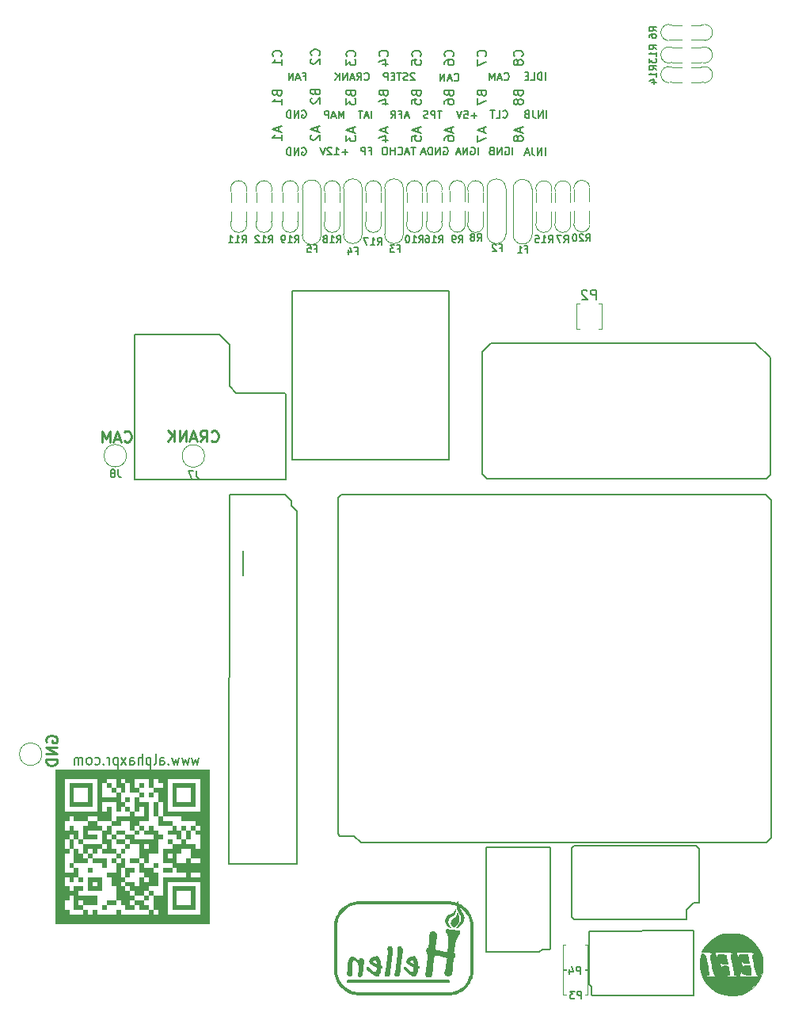
<source format=gbo>
G04 #@! TF.GenerationSoftware,KiCad,Pcbnew,(6.0.1)*
G04 #@! TF.CreationDate,2022-09-01T10:58:57+03:00*
G04 #@! TF.ProjectId,alphax_2ch,616c7068-6178-45f3-9263-682e6b696361,b*
G04 #@! TF.SameCoordinates,PX141f5e0PYa2cace0*
G04 #@! TF.FileFunction,Legend,Bot*
G04 #@! TF.FilePolarity,Positive*
%FSLAX46Y46*%
G04 Gerber Fmt 4.6, Leading zero omitted, Abs format (unit mm)*
G04 Created by KiCad (PCBNEW (6.0.1)) date 2022-09-01 10:58:57*
%MOMM*%
%LPD*%
G01*
G04 APERTURE LIST*
%ADD10C,0.250000*%
%ADD11C,0.170000*%
%ADD12C,0.200000*%
%ADD13C,0.130000*%
%ADD14C,0.127000*%
%ADD15C,0.150000*%
%ADD16C,0.099060*%
%ADD17C,0.120000*%
%ADD18C,0.002540*%
G04 APERTURE END LIST*
D10*
X3950000Y27614286D02*
X3892857Y27728572D01*
X3892857Y27900000D01*
X3950000Y28071429D01*
X4064285Y28185715D01*
X4178571Y28242858D01*
X4407142Y28300000D01*
X4578571Y28300000D01*
X4807142Y28242858D01*
X4921428Y28185715D01*
X5035714Y28071429D01*
X5092857Y27900000D01*
X5092857Y27785715D01*
X5035714Y27614286D01*
X4978571Y27557143D01*
X4578571Y27557143D01*
X4578571Y27785715D01*
X5092857Y27042858D02*
X3892857Y27042858D01*
X5092857Y26357143D01*
X3892857Y26357143D01*
X5092857Y25785715D02*
X3892857Y25785715D01*
X3892857Y25500000D01*
X3950000Y25328572D01*
X4064285Y25214286D01*
X4178571Y25157143D01*
X4407142Y25100000D01*
X4578571Y25100000D01*
X4807142Y25157143D01*
X4921428Y25214286D01*
X5035714Y25328572D01*
X5092857Y25500000D01*
X5092857Y25785715D01*
D11*
X53793786Y90361986D02*
X53793786Y91161986D01*
X52993786Y91123890D02*
X53069977Y91161986D01*
X53184262Y91161986D01*
X53298548Y91123890D01*
X53374739Y91047700D01*
X53412834Y90971510D01*
X53450929Y90819129D01*
X53450929Y90704843D01*
X53412834Y90552462D01*
X53374739Y90476271D01*
X53298548Y90400081D01*
X53184262Y90361986D01*
X53108072Y90361986D01*
X52993786Y90400081D01*
X52955691Y90438176D01*
X52955691Y90704843D01*
X53108072Y90704843D01*
X52612834Y90361986D02*
X52612834Y91161986D01*
X52155691Y90361986D01*
X52155691Y91161986D01*
X51508072Y90781033D02*
X51393786Y90742938D01*
X51355691Y90704843D01*
X51317596Y90628652D01*
X51317596Y90514367D01*
X51355691Y90438176D01*
X51393786Y90400081D01*
X51469977Y90361986D01*
X51774739Y90361986D01*
X51774739Y91161986D01*
X51508072Y91161986D01*
X51431881Y91123890D01*
X51393786Y91085795D01*
X51355691Y91009605D01*
X51355691Y90933414D01*
X51393786Y90857224D01*
X51431881Y90819129D01*
X51508072Y90781033D01*
X51774739Y90781033D01*
X37944244Y98369395D02*
X37982339Y98331300D01*
X38096625Y98293205D01*
X38172816Y98293205D01*
X38287101Y98331300D01*
X38363292Y98407490D01*
X38401387Y98483681D01*
X38439482Y98636062D01*
X38439482Y98750348D01*
X38401387Y98902729D01*
X38363292Y98978919D01*
X38287101Y99055109D01*
X38172816Y99093205D01*
X38096625Y99093205D01*
X37982339Y99055109D01*
X37944244Y99017014D01*
X37144244Y98293205D02*
X37410911Y98674157D01*
X37601387Y98293205D02*
X37601387Y99093205D01*
X37296625Y99093205D01*
X37220435Y99055109D01*
X37182339Y99017014D01*
X37144244Y98940824D01*
X37144244Y98826538D01*
X37182339Y98750348D01*
X37220435Y98712252D01*
X37296625Y98674157D01*
X37601387Y98674157D01*
X36839482Y98521776D02*
X36458530Y98521776D01*
X36915673Y98293205D02*
X36649006Y99093205D01*
X36382339Y98293205D01*
X36115673Y98293205D02*
X36115673Y99093205D01*
X35658530Y98293205D01*
X35658530Y99093205D01*
X35277578Y98293205D02*
X35277578Y99093205D01*
X34820435Y98293205D02*
X35163292Y98750348D01*
X34820435Y99093205D02*
X35277578Y98636062D01*
D10*
X21581428Y59791429D02*
X21638571Y59734286D01*
X21810000Y59677143D01*
X21924285Y59677143D01*
X22095714Y59734286D01*
X22210000Y59848572D01*
X22267142Y59962858D01*
X22324285Y60191429D01*
X22324285Y60362858D01*
X22267142Y60591429D01*
X22210000Y60705715D01*
X22095714Y60820000D01*
X21924285Y60877143D01*
X21810000Y60877143D01*
X21638571Y60820000D01*
X21581428Y60762858D01*
X20381428Y59677143D02*
X20781428Y60248572D01*
X21067142Y59677143D02*
X21067142Y60877143D01*
X20610000Y60877143D01*
X20495714Y60820000D01*
X20438571Y60762858D01*
X20381428Y60648572D01*
X20381428Y60477143D01*
X20438571Y60362858D01*
X20495714Y60305715D01*
X20610000Y60248572D01*
X21067142Y60248572D01*
X19924285Y60020000D02*
X19352857Y60020000D01*
X20038571Y59677143D02*
X19638571Y60877143D01*
X19238571Y59677143D01*
X18838571Y59677143D02*
X18838571Y60877143D01*
X18152857Y59677143D01*
X18152857Y60877143D01*
X17581428Y59677143D02*
X17581428Y60877143D01*
X16895714Y59677143D02*
X17410000Y60362858D01*
X16895714Y60877143D02*
X17581428Y60191429D01*
D11*
X57289025Y98328095D02*
X57289025Y99128095D01*
X56908072Y98328095D02*
X56908072Y99128095D01*
X56717596Y99128095D01*
X56603311Y99089999D01*
X56527120Y99013809D01*
X56489025Y98937619D01*
X56450930Y98785238D01*
X56450930Y98670952D01*
X56489025Y98518571D01*
X56527120Y98442380D01*
X56603311Y98366190D01*
X56717596Y98328095D01*
X56908072Y98328095D01*
X55727120Y98328095D02*
X56108072Y98328095D01*
X56108072Y99128095D01*
X55460453Y98747142D02*
X55193787Y98747142D01*
X55079501Y98328095D02*
X55460453Y98328095D01*
X55460453Y99128095D01*
X55079501Y99128095D01*
D12*
X20240476Y25957143D02*
X20050000Y25157143D01*
X19859523Y25728572D01*
X19669047Y25157143D01*
X19478571Y25957143D01*
X19192857Y25957143D02*
X19002380Y25157143D01*
X18811904Y25728572D01*
X18621428Y25157143D01*
X18430952Y25957143D01*
X18145238Y25957143D02*
X17954761Y25157143D01*
X17764285Y25728572D01*
X17573809Y25157143D01*
X17383333Y25957143D01*
X17002380Y25271429D02*
X16954761Y25214286D01*
X17002380Y25157143D01*
X17050000Y25214286D01*
X17002380Y25271429D01*
X17002380Y25157143D01*
X16097619Y25157143D02*
X16097619Y25785715D01*
X16145238Y25900000D01*
X16240476Y25957143D01*
X16430952Y25957143D01*
X16526190Y25900000D01*
X16097619Y25214286D02*
X16192857Y25157143D01*
X16430952Y25157143D01*
X16526190Y25214286D01*
X16573809Y25328572D01*
X16573809Y25442858D01*
X16526190Y25557143D01*
X16430952Y25614286D01*
X16192857Y25614286D01*
X16097619Y25671429D01*
X15478571Y25157143D02*
X15573809Y25214286D01*
X15621428Y25328572D01*
X15621428Y26357143D01*
X15097619Y25957143D02*
X15097619Y24757143D01*
X15097619Y25900000D02*
X15002380Y25957143D01*
X14811904Y25957143D01*
X14716666Y25900000D01*
X14669047Y25842858D01*
X14621428Y25728572D01*
X14621428Y25385715D01*
X14669047Y25271429D01*
X14716666Y25214286D01*
X14811904Y25157143D01*
X15002380Y25157143D01*
X15097619Y25214286D01*
X14192857Y25157143D02*
X14192857Y26357143D01*
X13764285Y25157143D02*
X13764285Y25785715D01*
X13811904Y25900000D01*
X13907142Y25957143D01*
X14050000Y25957143D01*
X14145238Y25900000D01*
X14192857Y25842858D01*
X12859523Y25157143D02*
X12859523Y25785715D01*
X12907142Y25900000D01*
X13002380Y25957143D01*
X13192857Y25957143D01*
X13288095Y25900000D01*
X12859523Y25214286D02*
X12954761Y25157143D01*
X13192857Y25157143D01*
X13288095Y25214286D01*
X13335714Y25328572D01*
X13335714Y25442858D01*
X13288095Y25557143D01*
X13192857Y25614286D01*
X12954761Y25614286D01*
X12859523Y25671429D01*
X12478571Y25157143D02*
X11954761Y25957143D01*
X12478571Y25957143D02*
X11954761Y25157143D01*
X11573809Y25957143D02*
X11573809Y24757143D01*
X11573809Y25900000D02*
X11478571Y25957143D01*
X11288095Y25957143D01*
X11192857Y25900000D01*
X11145238Y25842858D01*
X11097619Y25728572D01*
X11097619Y25385715D01*
X11145238Y25271429D01*
X11192857Y25214286D01*
X11288095Y25157143D01*
X11478571Y25157143D01*
X11573809Y25214286D01*
X10669047Y25157143D02*
X10669047Y25957143D01*
X10669047Y25728572D02*
X10621428Y25842858D01*
X10573809Y25900000D01*
X10478571Y25957143D01*
X10383333Y25957143D01*
X10050000Y25271429D02*
X10002380Y25214286D01*
X10050000Y25157143D01*
X10097619Y25214286D01*
X10050000Y25271429D01*
X10050000Y25157143D01*
X9145238Y25214286D02*
X9240476Y25157143D01*
X9430952Y25157143D01*
X9526190Y25214286D01*
X9573809Y25271429D01*
X9621428Y25385715D01*
X9621428Y25728572D01*
X9573809Y25842858D01*
X9526190Y25900000D01*
X9430952Y25957143D01*
X9240476Y25957143D01*
X9145238Y25900000D01*
X8573809Y25157143D02*
X8669047Y25214286D01*
X8716666Y25271429D01*
X8764285Y25385715D01*
X8764285Y25728572D01*
X8716666Y25842858D01*
X8669047Y25900000D01*
X8573809Y25957143D01*
X8430952Y25957143D01*
X8335714Y25900000D01*
X8288095Y25842858D01*
X8240476Y25728572D01*
X8240476Y25385715D01*
X8288095Y25271429D01*
X8335714Y25214286D01*
X8430952Y25157143D01*
X8573809Y25157143D01*
X7811904Y25157143D02*
X7811904Y25957143D01*
X7811904Y25842858D02*
X7764285Y25900000D01*
X7669047Y25957143D01*
X7526190Y25957143D01*
X7430952Y25900000D01*
X7383333Y25785715D01*
X7383333Y25157143D01*
X7383333Y25785715D02*
X7335714Y25900000D01*
X7240476Y25957143D01*
X7097619Y25957143D01*
X7002380Y25900000D01*
X6954761Y25785715D01*
X6954761Y25157143D01*
D11*
X46222449Y95045952D02*
X45765306Y95045952D01*
X45993878Y94245952D02*
X45993878Y95045952D01*
X45498640Y94245952D02*
X45498640Y95045952D01*
X45193878Y95045952D01*
X45117687Y95007856D01*
X45079592Y94969761D01*
X45041497Y94893571D01*
X45041497Y94779285D01*
X45079592Y94703095D01*
X45117687Y94664999D01*
X45193878Y94626904D01*
X45498640Y94626904D01*
X44736735Y94284047D02*
X44622449Y94245952D01*
X44431973Y94245952D01*
X44355783Y94284047D01*
X44317687Y94322142D01*
X44279592Y94398333D01*
X44279592Y94474523D01*
X44317687Y94550714D01*
X44355783Y94588809D01*
X44431973Y94626904D01*
X44584354Y94664999D01*
X44660545Y94703095D01*
X44698640Y94741190D01*
X44736735Y94817380D01*
X44736735Y94893571D01*
X44698640Y94969761D01*
X44660545Y95007856D01*
X44584354Y95045952D01*
X44393878Y95045952D01*
X44279592Y95007856D01*
X57304867Y90292205D02*
X57304867Y91092205D01*
X56923915Y90292205D02*
X56923915Y91092205D01*
X56466772Y90292205D01*
X56466772Y91092205D01*
X55857248Y91092205D02*
X55857248Y90520776D01*
X55895343Y90406490D01*
X55971534Y90330300D01*
X56085820Y90292205D01*
X56162010Y90292205D01*
X55514391Y90520776D02*
X55133439Y90520776D01*
X55590581Y90292205D02*
X55323915Y91092205D01*
X55057248Y90292205D01*
X47541497Y98299615D02*
X47579592Y98261520D01*
X47693878Y98223425D01*
X47770069Y98223425D01*
X47884354Y98261520D01*
X47960545Y98337710D01*
X47998640Y98413901D01*
X48036735Y98566282D01*
X48036735Y98680568D01*
X47998640Y98832949D01*
X47960545Y98909139D01*
X47884354Y98985329D01*
X47770069Y99023425D01*
X47693878Y99023425D01*
X47579592Y98985329D01*
X47541497Y98947234D01*
X47236735Y98451996D02*
X46855783Y98451996D01*
X47312926Y98223425D02*
X47046259Y99023425D01*
X46779592Y98223425D01*
X46512926Y98223425D02*
X46512926Y99023425D01*
X46055783Y98223425D01*
X46055783Y99023425D01*
X38450838Y90746142D02*
X38717504Y90746142D01*
X38717504Y90327095D02*
X38717504Y91127095D01*
X38336552Y91127095D01*
X38031790Y90327095D02*
X38031790Y91127095D01*
X37727028Y91127095D01*
X37650838Y91088999D01*
X37612743Y91050904D01*
X37574647Y90974714D01*
X37574647Y90860428D01*
X37612743Y90784238D01*
X37650838Y90746142D01*
X37727028Y90708047D01*
X38031790Y90708047D01*
X50142962Y90361986D02*
X50142962Y91161986D01*
X49342962Y91123890D02*
X49419153Y91161986D01*
X49533438Y91161986D01*
X49647724Y91123890D01*
X49723915Y91047700D01*
X49762010Y90971510D01*
X49800105Y90819129D01*
X49800105Y90704843D01*
X49762010Y90552462D01*
X49723915Y90476271D01*
X49647724Y90400081D01*
X49533438Y90361986D01*
X49457248Y90361986D01*
X49342962Y90400081D01*
X49304867Y90438176D01*
X49304867Y90704843D01*
X49457248Y90704843D01*
X48962010Y90361986D02*
X48962010Y91161986D01*
X48504867Y90361986D01*
X48504867Y91161986D01*
X48162010Y90590557D02*
X47781058Y90590557D01*
X48238200Y90361986D02*
X47971534Y91161986D01*
X47704867Y90361986D01*
X52746351Y94357032D02*
X52784446Y94318937D01*
X52898732Y94280842D01*
X52974922Y94280842D01*
X53089208Y94318937D01*
X53165399Y94395127D01*
X53203494Y94471318D01*
X53241589Y94623699D01*
X53241589Y94737985D01*
X53203494Y94890366D01*
X53165399Y94966556D01*
X53089208Y95042746D01*
X52974922Y95080842D01*
X52898732Y95080842D01*
X52784446Y95042746D01*
X52746351Y95004651D01*
X52022541Y94280842D02*
X52403494Y94280842D01*
X52403494Y95080842D01*
X51870160Y95080842D02*
X51413018Y95080842D01*
X51641589Y94280842D02*
X51641589Y95080842D01*
X31273273Y91054109D02*
X31349464Y91092205D01*
X31463750Y91092205D01*
X31578035Y91054109D01*
X31654226Y90977919D01*
X31692321Y90901729D01*
X31730416Y90749348D01*
X31730416Y90635062D01*
X31692321Y90482681D01*
X31654226Y90406490D01*
X31578035Y90330300D01*
X31463750Y90292205D01*
X31387559Y90292205D01*
X31273273Y90330300D01*
X31235178Y90368395D01*
X31235178Y90635062D01*
X31387559Y90635062D01*
X30892321Y90292205D02*
X30892321Y91092205D01*
X30435178Y90292205D01*
X30435178Y91092205D01*
X30054226Y90292205D02*
X30054226Y91092205D01*
X29863750Y91092205D01*
X29749464Y91054109D01*
X29673273Y90977919D01*
X29635178Y90901729D01*
X29597083Y90749348D01*
X29597083Y90635062D01*
X29635178Y90482681D01*
X29673273Y90406490D01*
X29749464Y90330300D01*
X29863750Y90292205D01*
X30054226Y90292205D01*
X31273273Y95031582D02*
X31349464Y95069678D01*
X31463750Y95069678D01*
X31578035Y95031582D01*
X31654226Y94955392D01*
X31692321Y94879202D01*
X31730416Y94726821D01*
X31730416Y94612535D01*
X31692321Y94460154D01*
X31654226Y94383963D01*
X31578035Y94307773D01*
X31463750Y94269678D01*
X31387559Y94269678D01*
X31273273Y94307773D01*
X31235178Y94345868D01*
X31235178Y94612535D01*
X31387559Y94612535D01*
X30892321Y94269678D02*
X30892321Y95069678D01*
X30435178Y94269678D01*
X30435178Y95069678D01*
X30054226Y94269678D02*
X30054226Y95069678D01*
X29863750Y95069678D01*
X29749464Y95031582D01*
X29673273Y94955392D01*
X29635178Y94879202D01*
X29597083Y94726821D01*
X29597083Y94612535D01*
X29635178Y94460154D01*
X29673273Y94383963D01*
X29749464Y94307773D01*
X29863750Y94269678D01*
X30054226Y94269678D01*
X57396900Y94280842D02*
X57396900Y95080842D01*
X57015948Y94280842D02*
X57015948Y95080842D01*
X56558805Y94280842D01*
X56558805Y95080842D01*
X55949281Y95080842D02*
X55949281Y94509413D01*
X55987376Y94395127D01*
X56063567Y94318937D01*
X56177852Y94280842D01*
X56254043Y94280842D01*
X55301662Y94699889D02*
X55187376Y94661794D01*
X55149281Y94623699D01*
X55111186Y94547508D01*
X55111186Y94433223D01*
X55149281Y94357032D01*
X55187376Y94318937D01*
X55263567Y94280842D01*
X55568329Y94280842D01*
X55568329Y95080842D01*
X55301662Y95080842D01*
X55225471Y95042746D01*
X55187376Y95004651D01*
X55149281Y94928461D01*
X55149281Y94852270D01*
X55187376Y94776080D01*
X55225471Y94737985D01*
X55301662Y94699889D01*
X55568329Y94699889D01*
X42657248Y94474523D02*
X42276295Y94474523D01*
X42733438Y94245952D02*
X42466772Y95045952D01*
X42200105Y94245952D01*
X41666772Y94664999D02*
X41933438Y94664999D01*
X41933438Y94245952D02*
X41933438Y95045952D01*
X41552486Y95045952D01*
X40790581Y94245952D02*
X41057248Y94626904D01*
X41247724Y94245952D02*
X41247724Y95045952D01*
X40942962Y95045952D01*
X40866772Y95007856D01*
X40828676Y94969761D01*
X40790581Y94893571D01*
X40790581Y94779285D01*
X40828676Y94703095D01*
X40866772Y94664999D01*
X40942962Y94626904D01*
X41247724Y94626904D01*
X43330325Y99017014D02*
X43292230Y99055109D01*
X43216039Y99093205D01*
X43025563Y99093205D01*
X42949373Y99055109D01*
X42911277Y99017014D01*
X42873182Y98940824D01*
X42873182Y98864633D01*
X42911277Y98750348D01*
X43368420Y98293205D01*
X42873182Y98293205D01*
X42568420Y98331300D02*
X42454135Y98293205D01*
X42263658Y98293205D01*
X42187468Y98331300D01*
X42149373Y98369395D01*
X42111277Y98445586D01*
X42111277Y98521776D01*
X42149373Y98597967D01*
X42187468Y98636062D01*
X42263658Y98674157D01*
X42416039Y98712252D01*
X42492230Y98750348D01*
X42530325Y98788443D01*
X42568420Y98864633D01*
X42568420Y98940824D01*
X42530325Y99017014D01*
X42492230Y99055109D01*
X42416039Y99093205D01*
X42225563Y99093205D01*
X42111277Y99055109D01*
X41882706Y99093205D02*
X41425563Y99093205D01*
X41654135Y98293205D02*
X41654135Y99093205D01*
X41158896Y98712252D02*
X40892230Y98712252D01*
X40777944Y98293205D02*
X41158896Y98293205D01*
X41158896Y99093205D01*
X40777944Y99093205D01*
X40435087Y98293205D02*
X40435087Y99093205D01*
X40130325Y99093205D01*
X40054135Y99055109D01*
X40016039Y99017014D01*
X39977944Y98940824D01*
X39977944Y98826538D01*
X40016039Y98750348D01*
X40054135Y98712252D01*
X40130325Y98674157D01*
X40435087Y98674157D01*
X52882888Y98369395D02*
X52920984Y98331300D01*
X53035269Y98293205D01*
X53111460Y98293205D01*
X53225746Y98331300D01*
X53301936Y98407490D01*
X53340031Y98483681D01*
X53378127Y98636062D01*
X53378127Y98750348D01*
X53340031Y98902729D01*
X53301936Y98978919D01*
X53225746Y99055109D01*
X53111460Y99093205D01*
X53035269Y99093205D01*
X52920984Y99055109D01*
X52882888Y99017014D01*
X52578127Y98521776D02*
X52197174Y98521776D01*
X52654317Y98293205D02*
X52387650Y99093205D01*
X52120984Y98293205D01*
X51854317Y98293205D02*
X51854317Y99093205D01*
X51587650Y98521776D01*
X51320984Y99093205D01*
X51320984Y98293205D01*
X31416040Y98712252D02*
X31682706Y98712252D01*
X31682706Y98293205D02*
X31682706Y99093205D01*
X31301754Y99093205D01*
X31035087Y98521776D02*
X30654135Y98521776D01*
X31111278Y98293205D02*
X30844611Y99093205D01*
X30577944Y98293205D01*
X30311278Y98293205D02*
X30311278Y99093205D01*
X29854135Y98293205D01*
X29854135Y99093205D01*
D10*
X12258571Y59751429D02*
X12315714Y59694286D01*
X12487142Y59637143D01*
X12601428Y59637143D01*
X12772857Y59694286D01*
X12887142Y59808572D01*
X12944285Y59922858D01*
X13001428Y60151429D01*
X13001428Y60322858D01*
X12944285Y60551429D01*
X12887142Y60665715D01*
X12772857Y60780000D01*
X12601428Y60837143D01*
X12487142Y60837143D01*
X12315714Y60780000D01*
X12258571Y60722858D01*
X11801428Y59980000D02*
X11230000Y59980000D01*
X11915714Y59637143D02*
X11515714Y60837143D01*
X11115714Y59637143D01*
X10715714Y59637143D02*
X10715714Y60837143D01*
X10315714Y59980000D01*
X9915714Y60837143D01*
X9915714Y59637143D01*
D11*
X46409537Y91123890D02*
X46485728Y91161986D01*
X46600014Y91161986D01*
X46714299Y91123890D01*
X46790490Y91047700D01*
X46828585Y90971510D01*
X46866680Y90819129D01*
X46866680Y90704843D01*
X46828585Y90552462D01*
X46790490Y90476271D01*
X46714299Y90400081D01*
X46600014Y90361986D01*
X46523823Y90361986D01*
X46409537Y90400081D01*
X46371442Y90438176D01*
X46371442Y90704843D01*
X46523823Y90704843D01*
X46028585Y90361986D02*
X46028585Y91161986D01*
X45571442Y90361986D01*
X45571442Y91161986D01*
X45190490Y90361986D02*
X45190490Y91161986D01*
X45000014Y91161986D01*
X44885728Y91123890D01*
X44809537Y91047700D01*
X44771442Y90971510D01*
X44733347Y90819129D01*
X44733347Y90704843D01*
X44771442Y90552462D01*
X44809537Y90476271D01*
X44885728Y90400081D01*
X45000014Y90361986D01*
X45190490Y90361986D01*
X44428585Y90590557D02*
X44047633Y90590557D01*
X44504776Y90361986D02*
X44238109Y91161986D01*
X43971442Y90361986D01*
X49974739Y94515824D02*
X49365215Y94515824D01*
X49669977Y94211062D02*
X49669977Y94820586D01*
X48603310Y95011062D02*
X48984263Y95011062D01*
X49022358Y94630109D01*
X48984263Y94668205D01*
X48908072Y94706300D01*
X48717596Y94706300D01*
X48641406Y94668205D01*
X48603310Y94630109D01*
X48565215Y94553919D01*
X48565215Y94363443D01*
X48603310Y94287252D01*
X48641406Y94249157D01*
X48717596Y94211062D01*
X48908072Y94211062D01*
X48984263Y94249157D01*
X49022358Y94287252D01*
X48336644Y95011062D02*
X48069977Y94211062D01*
X47803310Y95011062D01*
X35720526Y94211062D02*
X35720526Y95011062D01*
X35453860Y94439633D01*
X35187193Y95011062D01*
X35187193Y94211062D01*
X34844336Y94439633D02*
X34463383Y94439633D01*
X34920526Y94211062D02*
X34653860Y95011062D01*
X34387193Y94211062D01*
X34120526Y94211062D02*
X34120526Y95011062D01*
X33815764Y95011062D01*
X33739574Y94972966D01*
X33701479Y94934871D01*
X33663383Y94858681D01*
X33663383Y94744395D01*
X33701479Y94668205D01*
X33739574Y94630109D01*
X33815764Y94592014D01*
X34120526Y94592014D01*
X38708073Y94245952D02*
X38708073Y95045952D01*
X38365215Y94474523D02*
X37984263Y94474523D01*
X38441406Y94245952D02*
X38174739Y95045952D01*
X37908073Y94245952D01*
X37755692Y95045952D02*
X37298549Y95045952D01*
X37527120Y94245952D02*
X37527120Y95045952D01*
X36155416Y90631857D02*
X35545893Y90631857D01*
X35850654Y90327095D02*
X35850654Y90936619D01*
X34745893Y90327095D02*
X35203035Y90327095D01*
X34974464Y90327095D02*
X34974464Y91127095D01*
X35050654Y91012809D01*
X35126845Y90936619D01*
X35203035Y90898523D01*
X34441131Y91050904D02*
X34403035Y91088999D01*
X34326845Y91127095D01*
X34136369Y91127095D01*
X34060178Y91088999D01*
X34022083Y91050904D01*
X33983988Y90974714D01*
X33983988Y90898523D01*
X34022083Y90784238D01*
X34479226Y90327095D01*
X33983988Y90327095D01*
X33755416Y91127095D02*
X33488750Y90327095D01*
X33222083Y91127095D01*
X43393878Y91161986D02*
X42936735Y91161986D01*
X43165307Y90361986D02*
X43165307Y91161986D01*
X42708164Y90590557D02*
X42327212Y90590557D01*
X42784355Y90361986D02*
X42517688Y91161986D01*
X42251021Y90361986D01*
X41527212Y90438176D02*
X41565307Y90400081D01*
X41679593Y90361986D01*
X41755783Y90361986D01*
X41870069Y90400081D01*
X41946259Y90476271D01*
X41984355Y90552462D01*
X42022450Y90704843D01*
X42022450Y90819129D01*
X41984355Y90971510D01*
X41946259Y91047700D01*
X41870069Y91123890D01*
X41755783Y91161986D01*
X41679593Y91161986D01*
X41565307Y91123890D01*
X41527212Y91085795D01*
X41184355Y90361986D02*
X41184355Y91161986D01*
X41184355Y90781033D02*
X40727212Y90781033D01*
X40727212Y90361986D02*
X40727212Y91161986D01*
X40193878Y91161986D02*
X40041497Y91161986D01*
X39965307Y91123890D01*
X39889116Y91047700D01*
X39851021Y90895319D01*
X39851021Y90628652D01*
X39889116Y90476271D01*
X39965307Y90400081D01*
X40041497Y90361986D01*
X40193878Y90361986D01*
X40270069Y90400081D01*
X40346259Y90476271D01*
X40384355Y90628652D01*
X40384355Y90895319D01*
X40346259Y91047700D01*
X40270069Y91123890D01*
X40193878Y91161986D01*
D13*
G04 #@! TO.C,R8*
X49992467Y81135007D02*
X50242467Y81492150D01*
X50421038Y81135007D02*
X50421038Y81885007D01*
X50135324Y81885007D01*
X50063895Y81849292D01*
X50028181Y81813578D01*
X49992467Y81742150D01*
X49992467Y81635007D01*
X50028181Y81563578D01*
X50063895Y81527864D01*
X50135324Y81492150D01*
X50421038Y81492150D01*
X49563895Y81563578D02*
X49635324Y81599292D01*
X49671038Y81635007D01*
X49706752Y81706435D01*
X49706752Y81742150D01*
X49671038Y81813578D01*
X49635324Y81849292D01*
X49563895Y81885007D01*
X49421038Y81885007D01*
X49349609Y81849292D01*
X49313895Y81813578D01*
X49278181Y81742150D01*
X49278181Y81706435D01*
X49313895Y81635007D01*
X49349609Y81599292D01*
X49421038Y81563578D01*
X49563895Y81563578D01*
X49635324Y81527864D01*
X49671038Y81492150D01*
X49706752Y81420721D01*
X49706752Y81277864D01*
X49671038Y81206435D01*
X49635324Y81170721D01*
X49563895Y81135007D01*
X49421038Y81135007D01*
X49349609Y81170721D01*
X49313895Y81206435D01*
X49278181Y81277864D01*
X49278181Y81420721D01*
X49313895Y81492150D01*
X49349609Y81527864D01*
X49421038Y81563578D01*
D14*
G04 #@! TO.C,R9*
X48009571Y80978335D02*
X48263571Y81341192D01*
X48444999Y80978335D02*
X48444999Y81740335D01*
X48154713Y81740335D01*
X48082142Y81704049D01*
X48045856Y81667764D01*
X48009571Y81595192D01*
X48009571Y81486335D01*
X48045856Y81413764D01*
X48082142Y81377478D01*
X48154713Y81341192D01*
X48444999Y81341192D01*
X47646713Y80978335D02*
X47501571Y80978335D01*
X47428999Y81014621D01*
X47392713Y81050907D01*
X47320142Y81159764D01*
X47283856Y81304907D01*
X47283856Y81595192D01*
X47320142Y81667764D01*
X47356428Y81704049D01*
X47428999Y81740335D01*
X47574142Y81740335D01*
X47646713Y81704049D01*
X47682999Y81667764D01*
X47719285Y81595192D01*
X47719285Y81413764D01*
X47682999Y81341192D01*
X47646713Y81304907D01*
X47574142Y81268621D01*
X47428999Y81268621D01*
X47356428Y81304907D01*
X47320142Y81341192D01*
X47283856Y81413764D01*
G04 #@! TO.C,F4*
X36954000Y80054429D02*
X37208000Y80054429D01*
X37208000Y79655286D02*
X37208000Y80417286D01*
X36845142Y80417286D01*
X36228285Y80163286D02*
X36228285Y79655286D01*
X36409714Y80453572D02*
X36591142Y79909286D01*
X36119428Y79909286D01*
D11*
G04 #@! TO.C,P2*
X62696095Y74897620D02*
X62696095Y75897620D01*
X62315142Y75897620D01*
X62219904Y75850000D01*
X62172285Y75802381D01*
X62124666Y75707143D01*
X62124666Y75564286D01*
X62172285Y75469048D01*
X62219904Y75421429D01*
X62315142Y75373810D01*
X62696095Y75373810D01*
X61743714Y75802381D02*
X61696095Y75850000D01*
X61600857Y75897620D01*
X61362761Y75897620D01*
X61267523Y75850000D01*
X61219904Y75802381D01*
X61172285Y75707143D01*
X61172285Y75611905D01*
X61219904Y75469048D01*
X61791333Y74897620D01*
X61172285Y74897620D01*
D13*
G04 #@! TO.C,R11*
X24848142Y80952715D02*
X25098142Y81309858D01*
X25276714Y80952715D02*
X25276714Y81702715D01*
X24991000Y81702715D01*
X24919571Y81667000D01*
X24883857Y81631286D01*
X24848142Y81559858D01*
X24848142Y81452715D01*
X24883857Y81381286D01*
X24919571Y81345572D01*
X24991000Y81309858D01*
X25276714Y81309858D01*
X24133857Y80952715D02*
X24562428Y80952715D01*
X24348142Y80952715D02*
X24348142Y81702715D01*
X24419571Y81595572D01*
X24491000Y81524143D01*
X24562428Y81488429D01*
X23419571Y80952715D02*
X23848142Y80952715D01*
X23633857Y80952715D02*
X23633857Y81702715D01*
X23705285Y81595572D01*
X23776714Y81524143D01*
X23848142Y81488429D01*
G04 #@! TO.C,R6*
X69155285Y103525000D02*
X68798142Y103775000D01*
X69155285Y103953572D02*
X68405285Y103953572D01*
X68405285Y103667858D01*
X68441000Y103596429D01*
X68476714Y103560715D01*
X68548142Y103525000D01*
X68655285Y103525000D01*
X68726714Y103560715D01*
X68762428Y103596429D01*
X68798142Y103667858D01*
X68798142Y103953572D01*
X68405285Y102882143D02*
X68405285Y103025000D01*
X68441000Y103096429D01*
X68476714Y103132143D01*
X68583857Y103203572D01*
X68726714Y103239286D01*
X69012428Y103239286D01*
X69083857Y103203572D01*
X69119571Y103167858D01*
X69155285Y103096429D01*
X69155285Y102953572D01*
X69119571Y102882143D01*
X69083857Y102846429D01*
X69012428Y102810715D01*
X68833857Y102810715D01*
X68762428Y102846429D01*
X68726714Y102882143D01*
X68691000Y102953572D01*
X68691000Y103096429D01*
X68726714Y103167858D01*
X68762428Y103203572D01*
X68833857Y103239286D01*
G04 #@! TO.C,R17*
X39326142Y80698715D02*
X39576142Y81055858D01*
X39754714Y80698715D02*
X39754714Y81448715D01*
X39469000Y81448715D01*
X39397571Y81413000D01*
X39361857Y81377286D01*
X39326142Y81305858D01*
X39326142Y81198715D01*
X39361857Y81127286D01*
X39397571Y81091572D01*
X39469000Y81055858D01*
X39754714Y81055858D01*
X38611857Y80698715D02*
X39040428Y80698715D01*
X38826142Y80698715D02*
X38826142Y81448715D01*
X38897571Y81341572D01*
X38969000Y81270143D01*
X39040428Y81234429D01*
X38361857Y81448715D02*
X37861857Y81448715D01*
X38183285Y80698715D01*
G04 #@! TO.C,R16*
X45882142Y80952715D02*
X46132142Y81309858D01*
X46310714Y80952715D02*
X46310714Y81702715D01*
X46025000Y81702715D01*
X45953571Y81667000D01*
X45917857Y81631286D01*
X45882142Y81559858D01*
X45882142Y81452715D01*
X45917857Y81381286D01*
X45953571Y81345572D01*
X46025000Y81309858D01*
X46310714Y81309858D01*
X45167857Y80952715D02*
X45596428Y80952715D01*
X45382142Y80952715D02*
X45382142Y81702715D01*
X45453571Y81595572D01*
X45525000Y81524143D01*
X45596428Y81488429D01*
X44525000Y81702715D02*
X44667857Y81702715D01*
X44739285Y81667000D01*
X44775000Y81631286D01*
X44846428Y81524143D01*
X44882142Y81381286D01*
X44882142Y81095572D01*
X44846428Y81024143D01*
X44810714Y80988429D01*
X44739285Y80952715D01*
X44596428Y80952715D01*
X44525000Y80988429D01*
X44489285Y81024143D01*
X44453571Y81095572D01*
X44453571Y81274143D01*
X44489285Y81345572D01*
X44525000Y81381286D01*
X44596428Y81417000D01*
X44739285Y81417000D01*
X44810714Y81381286D01*
X44846428Y81345572D01*
X44882142Y81274143D01*
D11*
G04 #@! TO.C,P3*
X61155238Y169048D02*
X61155238Y989048D01*
X60842857Y989048D01*
X60764761Y950000D01*
X60725714Y910953D01*
X60686666Y832858D01*
X60686666Y715715D01*
X60725714Y637620D01*
X60764761Y598572D01*
X60842857Y559524D01*
X61155238Y559524D01*
X60413333Y989048D02*
X59905714Y989048D01*
X60179047Y676667D01*
X60061904Y676667D01*
X59983809Y637620D01*
X59944761Y598572D01*
X59905714Y520477D01*
X59905714Y325239D01*
X59944761Y247143D01*
X59983809Y208096D01*
X60061904Y169048D01*
X60296190Y169048D01*
X60374285Y208096D01*
X60413333Y247143D01*
D14*
G04 #@! TO.C,R10*
X43789857Y80955286D02*
X44043857Y81318143D01*
X44225285Y80955286D02*
X44225285Y81717286D01*
X43935000Y81717286D01*
X43862428Y81681000D01*
X43826142Y81644715D01*
X43789857Y81572143D01*
X43789857Y81463286D01*
X43826142Y81390715D01*
X43862428Y81354429D01*
X43935000Y81318143D01*
X44225285Y81318143D01*
X43064142Y80955286D02*
X43499571Y80955286D01*
X43281857Y80955286D02*
X43281857Y81717286D01*
X43354428Y81608429D01*
X43427000Y81535858D01*
X43499571Y81499572D01*
X42592428Y81717286D02*
X42519857Y81717286D01*
X42447285Y81681000D01*
X42411000Y81644715D01*
X42374714Y81572143D01*
X42338428Y81427000D01*
X42338428Y81245572D01*
X42374714Y81100429D01*
X42411000Y81027858D01*
X42447285Y80991572D01*
X42519857Y80955286D01*
X42592428Y80955286D01*
X42665000Y80991572D01*
X42701285Y81027858D01*
X42737571Y81100429D01*
X42773857Y81245572D01*
X42773857Y81427000D01*
X42737571Y81572143D01*
X42701285Y81644715D01*
X42665000Y81681000D01*
X42592428Y81717286D01*
G04 #@! TO.C,R19*
X30489857Y80955286D02*
X30743857Y81318143D01*
X30925285Y80955286D02*
X30925285Y81717286D01*
X30635000Y81717286D01*
X30562428Y81681000D01*
X30526142Y81644715D01*
X30489857Y81572143D01*
X30489857Y81463286D01*
X30526142Y81390715D01*
X30562428Y81354429D01*
X30635000Y81318143D01*
X30925285Y81318143D01*
X29764142Y80955286D02*
X30199571Y80955286D01*
X29981857Y80955286D02*
X29981857Y81717286D01*
X30054428Y81608429D01*
X30127000Y81535858D01*
X30199571Y81499572D01*
X29401285Y80955286D02*
X29256142Y80955286D01*
X29183571Y80991572D01*
X29147285Y81027858D01*
X29074714Y81136715D01*
X29038428Y81281858D01*
X29038428Y81572143D01*
X29074714Y81644715D01*
X29111000Y81681000D01*
X29183571Y81717286D01*
X29328714Y81717286D01*
X29401285Y81681000D01*
X29437571Y81644715D01*
X29473857Y81572143D01*
X29473857Y81390715D01*
X29437571Y81318143D01*
X29401285Y81281858D01*
X29328714Y81245572D01*
X29183571Y81245572D01*
X29111000Y81281858D01*
X29074714Y81318143D01*
X29038428Y81390715D01*
G04 #@! TO.C,F1*
X55150000Y80254429D02*
X55404000Y80254429D01*
X55404000Y79855286D02*
X55404000Y80617286D01*
X55041142Y80617286D01*
X54351714Y79855286D02*
X54787142Y79855286D01*
X54569428Y79855286D02*
X54569428Y80617286D01*
X54642000Y80508429D01*
X54714571Y80435858D01*
X54787142Y80399572D01*
D13*
G04 #@! TO.C,R14*
X69155285Y99382143D02*
X68798142Y99632143D01*
X69155285Y99810715D02*
X68405285Y99810715D01*
X68405285Y99525000D01*
X68441000Y99453572D01*
X68476714Y99417858D01*
X68548142Y99382143D01*
X68655285Y99382143D01*
X68726714Y99417858D01*
X68762428Y99453572D01*
X68798142Y99525000D01*
X68798142Y99810715D01*
X69155285Y98667858D02*
X69155285Y99096429D01*
X69155285Y98882143D02*
X68405285Y98882143D01*
X68512428Y98953572D01*
X68583857Y99025000D01*
X68619571Y99096429D01*
X68655285Y98025000D02*
X69155285Y98025000D01*
X68369571Y98203572D02*
X68905285Y98382143D01*
X68905285Y97917858D01*
D14*
G04 #@! TO.C,F3*
X41504000Y80304429D02*
X41758000Y80304429D01*
X41758000Y79905286D02*
X41758000Y80667286D01*
X41395142Y80667286D01*
X41177428Y80667286D02*
X40705714Y80667286D01*
X40959714Y80377000D01*
X40850857Y80377000D01*
X40778285Y80340715D01*
X40742000Y80304429D01*
X40705714Y80231858D01*
X40705714Y80050429D01*
X40742000Y79977858D01*
X40778285Y79941572D01*
X40850857Y79905286D01*
X41068571Y79905286D01*
X41141142Y79941572D01*
X41177428Y79977858D01*
D13*
G04 #@! TO.C,R15*
X57614142Y80952715D02*
X57864142Y81309858D01*
X58042714Y80952715D02*
X58042714Y81702715D01*
X57757000Y81702715D01*
X57685571Y81667000D01*
X57649857Y81631286D01*
X57614142Y81559858D01*
X57614142Y81452715D01*
X57649857Y81381286D01*
X57685571Y81345572D01*
X57757000Y81309858D01*
X58042714Y81309858D01*
X56899857Y80952715D02*
X57328428Y80952715D01*
X57114142Y80952715D02*
X57114142Y81702715D01*
X57185571Y81595572D01*
X57257000Y81524143D01*
X57328428Y81488429D01*
X56221285Y81702715D02*
X56578428Y81702715D01*
X56614142Y81345572D01*
X56578428Y81381286D01*
X56507000Y81417000D01*
X56328428Y81417000D01*
X56257000Y81381286D01*
X56221285Y81345572D01*
X56185571Y81274143D01*
X56185571Y81095572D01*
X56221285Y81024143D01*
X56257000Y80988429D01*
X56328428Y80952715D01*
X56507000Y80952715D01*
X56578428Y80988429D01*
X56614142Y81024143D01*
D14*
G04 #@! TO.C,R7*
X59291000Y80955286D02*
X59545000Y81318143D01*
X59726428Y80955286D02*
X59726428Y81717286D01*
X59436142Y81717286D01*
X59363571Y81681000D01*
X59327285Y81644715D01*
X59291000Y81572143D01*
X59291000Y81463286D01*
X59327285Y81390715D01*
X59363571Y81354429D01*
X59436142Y81318143D01*
X59726428Y81318143D01*
X59037000Y81717286D02*
X58529000Y81717286D01*
X58855571Y80955286D01*
D13*
G04 #@! TO.C,R13*
X69155285Y101586143D02*
X68798142Y101836143D01*
X69155285Y102014715D02*
X68405285Y102014715D01*
X68405285Y101729000D01*
X68441000Y101657572D01*
X68476714Y101621858D01*
X68548142Y101586143D01*
X68655285Y101586143D01*
X68726714Y101621858D01*
X68762428Y101657572D01*
X68798142Y101729000D01*
X68798142Y102014715D01*
X69155285Y100871858D02*
X69155285Y101300429D01*
X69155285Y101086143D02*
X68405285Y101086143D01*
X68512428Y101157572D01*
X68583857Y101229000D01*
X68619571Y101300429D01*
X68405285Y100621858D02*
X68405285Y100157572D01*
X68691000Y100407572D01*
X68691000Y100300429D01*
X68726714Y100229000D01*
X68762428Y100193286D01*
X68833857Y100157572D01*
X69012428Y100157572D01*
X69083857Y100193286D01*
X69119571Y100229000D01*
X69155285Y100300429D01*
X69155285Y100514715D01*
X69119571Y100586143D01*
X69083857Y100621858D01*
G04 #@! TO.C,R20*
X61626093Y81107095D02*
X61876093Y81464238D01*
X62054665Y81107095D02*
X62054665Y81857095D01*
X61768951Y81857095D01*
X61697522Y81821380D01*
X61661808Y81785666D01*
X61626093Y81714238D01*
X61626093Y81607095D01*
X61661808Y81535666D01*
X61697522Y81499952D01*
X61768951Y81464238D01*
X62054665Y81464238D01*
X61340379Y81785666D02*
X61304665Y81821380D01*
X61233236Y81857095D01*
X61054665Y81857095D01*
X60983236Y81821380D01*
X60947522Y81785666D01*
X60911808Y81714238D01*
X60911808Y81642809D01*
X60947522Y81535666D01*
X61376093Y81107095D01*
X60911808Y81107095D01*
X60447522Y81857095D02*
X60376093Y81857095D01*
X60304665Y81821380D01*
X60268951Y81785666D01*
X60233236Y81714238D01*
X60197522Y81571380D01*
X60197522Y81392809D01*
X60233236Y81249952D01*
X60268951Y81178523D01*
X60304665Y81142809D01*
X60376093Y81107095D01*
X60447522Y81107095D01*
X60518951Y81142809D01*
X60554665Y81178523D01*
X60590379Y81249952D01*
X60626093Y81392809D01*
X60626093Y81571380D01*
X60590379Y81714238D01*
X60554665Y81785666D01*
X60518951Y81821380D01*
X60447522Y81857095D01*
D15*
G04 #@! TO.C,P1*
X40407142Y100865667D02*
X40454761Y100913286D01*
X40502380Y101056143D01*
X40502380Y101151381D01*
X40454761Y101294239D01*
X40359523Y101389477D01*
X40264285Y101437096D01*
X40073809Y101484715D01*
X39930952Y101484715D01*
X39740476Y101437096D01*
X39645238Y101389477D01*
X39550000Y101294239D01*
X39502380Y101151381D01*
X39502380Y101056143D01*
X39550000Y100913286D01*
X39597619Y100865667D01*
X39835714Y100008524D02*
X40502380Y100008524D01*
X39454761Y100246620D02*
X40169047Y100484715D01*
X40169047Y99865667D01*
X46978571Y96903762D02*
X47026190Y96760905D01*
X47073809Y96713286D01*
X47169047Y96665667D01*
X47311904Y96665667D01*
X47407142Y96713286D01*
X47454761Y96760905D01*
X47502380Y96856143D01*
X47502380Y97237096D01*
X46502380Y97237096D01*
X46502380Y96903762D01*
X46550000Y96808524D01*
X46597619Y96760905D01*
X46692857Y96713286D01*
X46788095Y96713286D01*
X46883333Y96760905D01*
X46930952Y96808524D01*
X46978571Y96903762D01*
X46978571Y97237096D01*
X46502380Y95808524D02*
X46502380Y95999000D01*
X46550000Y96094239D01*
X46597619Y96141858D01*
X46740476Y96237096D01*
X46930952Y96284715D01*
X47311904Y96284715D01*
X47407142Y96237096D01*
X47454761Y96189477D01*
X47502380Y96094239D01*
X47502380Y95903762D01*
X47454761Y95808524D01*
X47407142Y95760905D01*
X47311904Y95713286D01*
X47073809Y95713286D01*
X46978571Y95760905D01*
X46930952Y95808524D01*
X46883333Y95903762D01*
X46883333Y96094239D01*
X46930952Y96189477D01*
X46978571Y96237096D01*
X47073809Y96284715D01*
X32916666Y93313286D02*
X32916666Y92837096D01*
X33202380Y93408524D02*
X32202380Y93075191D01*
X33202380Y92741858D01*
X32297619Y92456143D02*
X32250000Y92408524D01*
X32202380Y92313286D01*
X32202380Y92075191D01*
X32250000Y91979953D01*
X32297619Y91932334D01*
X32392857Y91884715D01*
X32488095Y91884715D01*
X32630952Y91932334D01*
X33202380Y92503762D01*
X33202380Y91884715D01*
X50716666Y93213286D02*
X50716666Y92737096D01*
X51002380Y93308524D02*
X50002380Y92975191D01*
X51002380Y92641858D01*
X50002380Y92403762D02*
X50002380Y91737096D01*
X51002380Y92165667D01*
X33107142Y100965667D02*
X33154761Y101013286D01*
X33202380Y101156143D01*
X33202380Y101251381D01*
X33154761Y101394239D01*
X33059523Y101489477D01*
X32964285Y101537096D01*
X32773809Y101584715D01*
X32630952Y101584715D01*
X32440476Y101537096D01*
X32345238Y101489477D01*
X32250000Y101394239D01*
X32202380Y101251381D01*
X32202380Y101156143D01*
X32250000Y101013286D01*
X32297619Y100965667D01*
X32297619Y100584715D02*
X32250000Y100537096D01*
X32202380Y100441858D01*
X32202380Y100203762D01*
X32250000Y100108524D01*
X32297619Y100060905D01*
X32392857Y100013286D01*
X32488095Y100013286D01*
X32630952Y100060905D01*
X33202380Y100632334D01*
X33202380Y100013286D01*
X43716666Y93213286D02*
X43716666Y92737096D01*
X44002380Y93308524D02*
X43002380Y92975191D01*
X44002380Y92641858D01*
X43002380Y91832334D02*
X43002380Y92308524D01*
X43478571Y92356143D01*
X43430952Y92308524D01*
X43383333Y92213286D01*
X43383333Y91975191D01*
X43430952Y91879953D01*
X43478571Y91832334D01*
X43573809Y91784715D01*
X43811904Y91784715D01*
X43907142Y91832334D01*
X43954761Y91879953D01*
X44002380Y91975191D01*
X44002380Y92213286D01*
X43954761Y92308524D01*
X43907142Y92356143D01*
X43478571Y96903762D02*
X43526190Y96760905D01*
X43573809Y96713286D01*
X43669047Y96665667D01*
X43811904Y96665667D01*
X43907142Y96713286D01*
X43954761Y96760905D01*
X44002380Y96856143D01*
X44002380Y97237096D01*
X43002380Y97237096D01*
X43002380Y96903762D01*
X43050000Y96808524D01*
X43097619Y96760905D01*
X43192857Y96713286D01*
X43288095Y96713286D01*
X43383333Y96760905D01*
X43430952Y96808524D01*
X43478571Y96903762D01*
X43478571Y97237096D01*
X43002380Y95760905D02*
X43002380Y96237096D01*
X43478571Y96284715D01*
X43430952Y96237096D01*
X43383333Y96141858D01*
X43383333Y95903762D01*
X43430952Y95808524D01*
X43478571Y95760905D01*
X43573809Y95713286D01*
X43811904Y95713286D01*
X43907142Y95760905D01*
X43954761Y95808524D01*
X44002380Y95903762D01*
X44002380Y96141858D01*
X43954761Y96237096D01*
X43907142Y96284715D01*
X39978571Y96903762D02*
X40026190Y96760905D01*
X40073809Y96713286D01*
X40169047Y96665667D01*
X40311904Y96665667D01*
X40407142Y96713286D01*
X40454761Y96760905D01*
X40502380Y96856143D01*
X40502380Y97237096D01*
X39502380Y97237096D01*
X39502380Y96903762D01*
X39550000Y96808524D01*
X39597619Y96760905D01*
X39692857Y96713286D01*
X39788095Y96713286D01*
X39883333Y96760905D01*
X39930952Y96808524D01*
X39978571Y96903762D01*
X39978571Y97237096D01*
X39835714Y95808524D02*
X40502380Y95808524D01*
X39454761Y96046620D02*
X40169047Y96284715D01*
X40169047Y95665667D01*
X43907142Y100865667D02*
X43954761Y100913286D01*
X44002380Y101056143D01*
X44002380Y101151381D01*
X43954761Y101294239D01*
X43859523Y101389477D01*
X43764285Y101437096D01*
X43573809Y101484715D01*
X43430952Y101484715D01*
X43240476Y101437096D01*
X43145238Y101389477D01*
X43050000Y101294239D01*
X43002380Y101151381D01*
X43002380Y101056143D01*
X43050000Y100913286D01*
X43097619Y100865667D01*
X43002380Y99960905D02*
X43002380Y100437096D01*
X43478571Y100484715D01*
X43430952Y100437096D01*
X43383333Y100341858D01*
X43383333Y100103762D01*
X43430952Y100008524D01*
X43478571Y99960905D01*
X43573809Y99913286D01*
X43811904Y99913286D01*
X43907142Y99960905D01*
X43954761Y100008524D01*
X44002380Y100103762D01*
X44002380Y100341858D01*
X43954761Y100437096D01*
X43907142Y100484715D01*
X47216666Y93213286D02*
X47216666Y92737096D01*
X47502380Y93308524D02*
X46502380Y92975191D01*
X47502380Y92641858D01*
X46502380Y91879953D02*
X46502380Y92070429D01*
X46550000Y92165667D01*
X46597619Y92213286D01*
X46740476Y92308524D01*
X46930952Y92356143D01*
X47311904Y92356143D01*
X47407142Y92308524D01*
X47454761Y92260905D01*
X47502380Y92165667D01*
X47502380Y91975191D01*
X47454761Y91879953D01*
X47407142Y91832334D01*
X47311904Y91784715D01*
X47073809Y91784715D01*
X46978571Y91832334D01*
X46930952Y91879953D01*
X46883333Y91975191D01*
X46883333Y92165667D01*
X46930952Y92260905D01*
X46978571Y92308524D01*
X47073809Y92356143D01*
X54378571Y96903762D02*
X54426190Y96760905D01*
X54473809Y96713286D01*
X54569047Y96665667D01*
X54711904Y96665667D01*
X54807142Y96713286D01*
X54854761Y96760905D01*
X54902380Y96856143D01*
X54902380Y97237096D01*
X53902380Y97237096D01*
X53902380Y96903762D01*
X53950000Y96808524D01*
X53997619Y96760905D01*
X54092857Y96713286D01*
X54188095Y96713286D01*
X54283333Y96760905D01*
X54330952Y96808524D01*
X54378571Y96903762D01*
X54378571Y97237096D01*
X54330952Y96094239D02*
X54283333Y96189477D01*
X54235714Y96237096D01*
X54140476Y96284715D01*
X54092857Y96284715D01*
X53997619Y96237096D01*
X53950000Y96189477D01*
X53902380Y96094239D01*
X53902380Y95903762D01*
X53950000Y95808524D01*
X53997619Y95760905D01*
X54092857Y95713286D01*
X54140476Y95713286D01*
X54235714Y95760905D01*
X54283333Y95808524D01*
X54330952Y95903762D01*
X54330952Y96094239D01*
X54378571Y96189477D01*
X54426190Y96237096D01*
X54521428Y96284715D01*
X54711904Y96284715D01*
X54807142Y96237096D01*
X54854761Y96189477D01*
X54902380Y96094239D01*
X54902380Y95903762D01*
X54854761Y95808524D01*
X54807142Y95760905D01*
X54711904Y95713286D01*
X54521428Y95713286D01*
X54426190Y95760905D01*
X54378571Y95808524D01*
X54330952Y95903762D01*
X50907142Y100865667D02*
X50954761Y100913286D01*
X51002380Y101056143D01*
X51002380Y101151381D01*
X50954761Y101294239D01*
X50859523Y101389477D01*
X50764285Y101437096D01*
X50573809Y101484715D01*
X50430952Y101484715D01*
X50240476Y101437096D01*
X50145238Y101389477D01*
X50050000Y101294239D01*
X50002380Y101151381D01*
X50002380Y101056143D01*
X50050000Y100913286D01*
X50097619Y100865667D01*
X50002380Y100532334D02*
X50002380Y99865667D01*
X51002380Y100294239D01*
X29007142Y100865667D02*
X29054761Y100913286D01*
X29102380Y101056143D01*
X29102380Y101151381D01*
X29054761Y101294239D01*
X28959523Y101389477D01*
X28864285Y101437096D01*
X28673809Y101484715D01*
X28530952Y101484715D01*
X28340476Y101437096D01*
X28245238Y101389477D01*
X28150000Y101294239D01*
X28102380Y101151381D01*
X28102380Y101056143D01*
X28150000Y100913286D01*
X28197619Y100865667D01*
X29102380Y99913286D02*
X29102380Y100484715D01*
X29102380Y100199000D02*
X28102380Y100199000D01*
X28245238Y100294239D01*
X28340476Y100389477D01*
X28388095Y100484715D01*
X50478571Y96903762D02*
X50526190Y96760905D01*
X50573809Y96713286D01*
X50669047Y96665667D01*
X50811904Y96665667D01*
X50907142Y96713286D01*
X50954761Y96760905D01*
X51002380Y96856143D01*
X51002380Y97237096D01*
X50002380Y97237096D01*
X50002380Y96903762D01*
X50050000Y96808524D01*
X50097619Y96760905D01*
X50192857Y96713286D01*
X50288095Y96713286D01*
X50383333Y96760905D01*
X50430952Y96808524D01*
X50478571Y96903762D01*
X50478571Y97237096D01*
X50002380Y96332334D02*
X50002380Y95665667D01*
X51002380Y96094239D01*
X54807142Y100865667D02*
X54854761Y100913286D01*
X54902380Y101056143D01*
X54902380Y101151381D01*
X54854761Y101294239D01*
X54759523Y101389477D01*
X54664285Y101437096D01*
X54473809Y101484715D01*
X54330952Y101484715D01*
X54140476Y101437096D01*
X54045238Y101389477D01*
X53950000Y101294239D01*
X53902380Y101151381D01*
X53902380Y101056143D01*
X53950000Y100913286D01*
X53997619Y100865667D01*
X54330952Y100294239D02*
X54283333Y100389477D01*
X54235714Y100437096D01*
X54140476Y100484715D01*
X54092857Y100484715D01*
X53997619Y100437096D01*
X53950000Y100389477D01*
X53902380Y100294239D01*
X53902380Y100103762D01*
X53950000Y100008524D01*
X53997619Y99960905D01*
X54092857Y99913286D01*
X54140476Y99913286D01*
X54235714Y99960905D01*
X54283333Y100008524D01*
X54330952Y100103762D01*
X54330952Y100294239D01*
X54378571Y100389477D01*
X54426190Y100437096D01*
X54521428Y100484715D01*
X54711904Y100484715D01*
X54807142Y100437096D01*
X54854761Y100389477D01*
X54902380Y100294239D01*
X54902380Y100103762D01*
X54854761Y100008524D01*
X54807142Y99960905D01*
X54711904Y99913286D01*
X54521428Y99913286D01*
X54426190Y99960905D01*
X54378571Y100008524D01*
X54330952Y100103762D01*
X28816666Y93313286D02*
X28816666Y92837096D01*
X29102380Y93408524D02*
X28102380Y93075191D01*
X29102380Y92741858D01*
X29102380Y91884715D02*
X29102380Y92456143D01*
X29102380Y92170429D02*
X28102380Y92170429D01*
X28245238Y92265667D01*
X28340476Y92360905D01*
X28388095Y92456143D01*
X36478571Y96903762D02*
X36526190Y96760905D01*
X36573809Y96713286D01*
X36669047Y96665667D01*
X36811904Y96665667D01*
X36907142Y96713286D01*
X36954761Y96760905D01*
X37002380Y96856143D01*
X37002380Y97237096D01*
X36002380Y97237096D01*
X36002380Y96903762D01*
X36050000Y96808524D01*
X36097619Y96760905D01*
X36192857Y96713286D01*
X36288095Y96713286D01*
X36383333Y96760905D01*
X36430952Y96808524D01*
X36478571Y96903762D01*
X36478571Y97237096D01*
X36002380Y96332334D02*
X36002380Y95713286D01*
X36383333Y96046620D01*
X36383333Y95903762D01*
X36430952Y95808524D01*
X36478571Y95760905D01*
X36573809Y95713286D01*
X36811904Y95713286D01*
X36907142Y95760905D01*
X36954761Y95808524D01*
X37002380Y95903762D01*
X37002380Y96189477D01*
X36954761Y96284715D01*
X36907142Y96332334D01*
X36716666Y93213286D02*
X36716666Y92737096D01*
X37002380Y93308524D02*
X36002380Y92975191D01*
X37002380Y92641858D01*
X36002380Y92403762D02*
X36002380Y91784715D01*
X36383333Y92118048D01*
X36383333Y91975191D01*
X36430952Y91879953D01*
X36478571Y91832334D01*
X36573809Y91784715D01*
X36811904Y91784715D01*
X36907142Y91832334D01*
X36954761Y91879953D01*
X37002380Y91975191D01*
X37002380Y92260905D01*
X36954761Y92356143D01*
X36907142Y92403762D01*
X36907142Y100865667D02*
X36954761Y100913286D01*
X37002380Y101056143D01*
X37002380Y101151381D01*
X36954761Y101294239D01*
X36859523Y101389477D01*
X36764285Y101437096D01*
X36573809Y101484715D01*
X36430952Y101484715D01*
X36240476Y101437096D01*
X36145238Y101389477D01*
X36050000Y101294239D01*
X36002380Y101151381D01*
X36002380Y101056143D01*
X36050000Y100913286D01*
X36097619Y100865667D01*
X36002380Y100532334D02*
X36002380Y99913286D01*
X36383333Y100246620D01*
X36383333Y100103762D01*
X36430952Y100008524D01*
X36478571Y99960905D01*
X36573809Y99913286D01*
X36811904Y99913286D01*
X36907142Y99960905D01*
X36954761Y100008524D01*
X37002380Y100103762D01*
X37002380Y100389477D01*
X36954761Y100484715D01*
X36907142Y100532334D01*
X32678571Y97003762D02*
X32726190Y96860905D01*
X32773809Y96813286D01*
X32869047Y96765667D01*
X33011904Y96765667D01*
X33107142Y96813286D01*
X33154761Y96860905D01*
X33202380Y96956143D01*
X33202380Y97337096D01*
X32202380Y97337096D01*
X32202380Y97003762D01*
X32250000Y96908524D01*
X32297619Y96860905D01*
X32392857Y96813286D01*
X32488095Y96813286D01*
X32583333Y96860905D01*
X32630952Y96908524D01*
X32678571Y97003762D01*
X32678571Y97337096D01*
X32297619Y96384715D02*
X32250000Y96337096D01*
X32202380Y96241858D01*
X32202380Y96003762D01*
X32250000Y95908524D01*
X32297619Y95860905D01*
X32392857Y95813286D01*
X32488095Y95813286D01*
X32630952Y95860905D01*
X33202380Y96432334D01*
X33202380Y95813286D01*
X54616666Y93213286D02*
X54616666Y92737096D01*
X54902380Y93308524D02*
X53902380Y92975191D01*
X54902380Y92641858D01*
X54330952Y92165667D02*
X54283333Y92260905D01*
X54235714Y92308524D01*
X54140476Y92356143D01*
X54092857Y92356143D01*
X53997619Y92308524D01*
X53950000Y92260905D01*
X53902380Y92165667D01*
X53902380Y91975191D01*
X53950000Y91879953D01*
X53997619Y91832334D01*
X54092857Y91784715D01*
X54140476Y91784715D01*
X54235714Y91832334D01*
X54283333Y91879953D01*
X54330952Y91975191D01*
X54330952Y92165667D01*
X54378571Y92260905D01*
X54426190Y92308524D01*
X54521428Y92356143D01*
X54711904Y92356143D01*
X54807142Y92308524D01*
X54854761Y92260905D01*
X54902380Y92165667D01*
X54902380Y91975191D01*
X54854761Y91879953D01*
X54807142Y91832334D01*
X54711904Y91784715D01*
X54521428Y91784715D01*
X54426190Y91832334D01*
X54378571Y91879953D01*
X54330952Y91975191D01*
X40216666Y93213286D02*
X40216666Y92737096D01*
X40502380Y93308524D02*
X39502380Y92975191D01*
X40502380Y92641858D01*
X39835714Y91879953D02*
X40502380Y91879953D01*
X39454761Y92118048D02*
X40169047Y92356143D01*
X40169047Y91737096D01*
X28578571Y96903762D02*
X28626190Y96760905D01*
X28673809Y96713286D01*
X28769047Y96665667D01*
X28911904Y96665667D01*
X29007142Y96713286D01*
X29054761Y96760905D01*
X29102380Y96856143D01*
X29102380Y97237096D01*
X28102380Y97237096D01*
X28102380Y96903762D01*
X28150000Y96808524D01*
X28197619Y96760905D01*
X28292857Y96713286D01*
X28388095Y96713286D01*
X28483333Y96760905D01*
X28530952Y96808524D01*
X28578571Y96903762D01*
X28578571Y97237096D01*
X29102380Y95713286D02*
X29102380Y96284715D01*
X29102380Y95999000D02*
X28102380Y95999000D01*
X28245238Y96094239D01*
X28340476Y96189477D01*
X28388095Y96284715D01*
X47407142Y100865667D02*
X47454761Y100913286D01*
X47502380Y101056143D01*
X47502380Y101151381D01*
X47454761Y101294239D01*
X47359523Y101389477D01*
X47264285Y101437096D01*
X47073809Y101484715D01*
X46930952Y101484715D01*
X46740476Y101437096D01*
X46645238Y101389477D01*
X46550000Y101294239D01*
X46502380Y101151381D01*
X46502380Y101056143D01*
X46550000Y100913286D01*
X46597619Y100865667D01*
X46502380Y100008524D02*
X46502380Y100199000D01*
X46550000Y100294239D01*
X46597619Y100341858D01*
X46740476Y100437096D01*
X46930952Y100484715D01*
X47311904Y100484715D01*
X47407142Y100437096D01*
X47454761Y100389477D01*
X47502380Y100294239D01*
X47502380Y100103762D01*
X47454761Y100008524D01*
X47407142Y99960905D01*
X47311904Y99913286D01*
X47073809Y99913286D01*
X46978571Y99960905D01*
X46930952Y100008524D01*
X46883333Y100103762D01*
X46883333Y100294239D01*
X46930952Y100389477D01*
X46978571Y100437096D01*
X47073809Y100484715D01*
D13*
G04 #@! TO.C,R12*
X27682142Y80952715D02*
X27932142Y81309858D01*
X28110714Y80952715D02*
X28110714Y81702715D01*
X27825000Y81702715D01*
X27753571Y81667000D01*
X27717857Y81631286D01*
X27682142Y81559858D01*
X27682142Y81452715D01*
X27717857Y81381286D01*
X27753571Y81345572D01*
X27825000Y81309858D01*
X28110714Y81309858D01*
X26967857Y80952715D02*
X27396428Y80952715D01*
X27182142Y80952715D02*
X27182142Y81702715D01*
X27253571Y81595572D01*
X27325000Y81524143D01*
X27396428Y81488429D01*
X26682142Y81631286D02*
X26646428Y81667000D01*
X26575000Y81702715D01*
X26396428Y81702715D01*
X26325000Y81667000D01*
X26289285Y81631286D01*
X26253571Y81559858D01*
X26253571Y81488429D01*
X26289285Y81381286D01*
X26717857Y80952715D01*
X26253571Y80952715D01*
G04 #@! TO.C,R18*
X34982142Y80952715D02*
X35232142Y81309858D01*
X35410714Y80952715D02*
X35410714Y81702715D01*
X35125000Y81702715D01*
X35053571Y81667000D01*
X35017857Y81631286D01*
X34982142Y81559858D01*
X34982142Y81452715D01*
X35017857Y81381286D01*
X35053571Y81345572D01*
X35125000Y81309858D01*
X35410714Y81309858D01*
X34267857Y80952715D02*
X34696428Y80952715D01*
X34482142Y80952715D02*
X34482142Y81702715D01*
X34553571Y81595572D01*
X34625000Y81524143D01*
X34696428Y81488429D01*
X33839285Y81381286D02*
X33910714Y81417000D01*
X33946428Y81452715D01*
X33982142Y81524143D01*
X33982142Y81559858D01*
X33946428Y81631286D01*
X33910714Y81667000D01*
X33839285Y81702715D01*
X33696428Y81702715D01*
X33625000Y81667000D01*
X33589285Y81631286D01*
X33553571Y81559858D01*
X33553571Y81524143D01*
X33589285Y81452715D01*
X33625000Y81417000D01*
X33696428Y81381286D01*
X33839285Y81381286D01*
X33910714Y81345572D01*
X33946428Y81309858D01*
X33982142Y81238429D01*
X33982142Y81095572D01*
X33946428Y81024143D01*
X33910714Y80988429D01*
X33839285Y80952715D01*
X33696428Y80952715D01*
X33625000Y80988429D01*
X33589285Y81024143D01*
X33553571Y81095572D01*
X33553571Y81238429D01*
X33589285Y81309858D01*
X33625000Y81345572D01*
X33696428Y81381286D01*
D11*
G04 #@! TO.C,P4*
X61045238Y2789048D02*
X61045238Y3609048D01*
X60732857Y3609048D01*
X60654761Y3570000D01*
X60615714Y3530953D01*
X60576666Y3452858D01*
X60576666Y3335715D01*
X60615714Y3257620D01*
X60654761Y3218572D01*
X60732857Y3179524D01*
X61045238Y3179524D01*
X59873809Y3335715D02*
X59873809Y2789048D01*
X60069047Y3648096D02*
X60264285Y3062381D01*
X59756666Y3062381D01*
D14*
G04 #@! TO.C,F5*
X32604000Y80304429D02*
X32858000Y80304429D01*
X32858000Y79905286D02*
X32858000Y80667286D01*
X32495142Y80667286D01*
X31842000Y80667286D02*
X32204857Y80667286D01*
X32241142Y80304429D01*
X32204857Y80340715D01*
X32132285Y80377000D01*
X31950857Y80377000D01*
X31878285Y80340715D01*
X31842000Y80304429D01*
X31805714Y80231858D01*
X31805714Y80050429D01*
X31842000Y79977858D01*
X31878285Y79941572D01*
X31950857Y79905286D01*
X32132285Y79905286D01*
X32204857Y79941572D01*
X32241142Y79977858D01*
G04 #@! TO.C,F2*
X52406000Y80404429D02*
X52660000Y80404429D01*
X52660000Y80005286D02*
X52660000Y80767286D01*
X52297142Y80767286D01*
X52043142Y80694715D02*
X52006857Y80731000D01*
X51934285Y80767286D01*
X51752857Y80767286D01*
X51680285Y80731000D01*
X51644000Y80694715D01*
X51607714Y80622143D01*
X51607714Y80549572D01*
X51644000Y80440715D01*
X52079428Y80005286D01*
X51607714Y80005286D01*
D11*
G04 #@! TO.C,J8*
X11613333Y56709048D02*
X11613333Y56123334D01*
X11652380Y56006191D01*
X11730476Y55928096D01*
X11847619Y55889048D01*
X11925714Y55889048D01*
X11105714Y56357620D02*
X11183809Y56396667D01*
X11222857Y56435715D01*
X11261904Y56513810D01*
X11261904Y56552858D01*
X11222857Y56630953D01*
X11183809Y56670000D01*
X11105714Y56709048D01*
X10949523Y56709048D01*
X10871428Y56670000D01*
X10832380Y56630953D01*
X10793333Y56552858D01*
X10793333Y56513810D01*
X10832380Y56435715D01*
X10871428Y56396667D01*
X10949523Y56357620D01*
X11105714Y56357620D01*
X11183809Y56318572D01*
X11222857Y56279524D01*
X11261904Y56201429D01*
X11261904Y56045239D01*
X11222857Y55967143D01*
X11183809Y55928096D01*
X11105714Y55889048D01*
X10949523Y55889048D01*
X10871428Y55928096D01*
X10832380Y55967143D01*
X10793333Y56045239D01*
X10793333Y56201429D01*
X10832380Y56279524D01*
X10871428Y56318572D01*
X10949523Y56357620D01*
G04 #@! TO.C,J7*
X19983333Y56569048D02*
X19983333Y55983334D01*
X20022380Y55866191D01*
X20100476Y55788096D01*
X20217619Y55749048D01*
X20295714Y55749048D01*
X19670952Y56569048D02*
X19124285Y56569048D01*
X19475714Y55749048D01*
D12*
G04 #@! TO.C,M4*
X60338526Y16545110D02*
X60088527Y16295110D01*
X60088527Y16295110D02*
X60088527Y8944729D01*
X73400207Y16545110D02*
X73761855Y16183462D01*
X73163146Y10445112D02*
X72413145Y9695111D01*
X72413145Y9695111D02*
X72413145Y8695110D01*
X60338526Y16545110D02*
X73400207Y16545110D01*
X60338145Y8695110D02*
X72413145Y8695110D01*
X73761855Y16183462D02*
X73761855Y10445112D01*
X73163146Y10445112D02*
X73761855Y10445112D01*
X60088527Y8944729D02*
X60338145Y8695110D01*
D16*
G04 #@! TO.C,R8*
X50636417Y85309579D02*
X50636417Y86325579D01*
X50636417Y83277579D02*
X50636417Y84293579D01*
X49036417Y84293579D02*
X49036417Y83277579D01*
X49036417Y86325579D02*
X49036417Y85309579D01*
D17*
X49036417Y83226579D02*
G75*
G03*
X50638055Y83222579I800000J-330000D01*
G01*
X50639911Y86385181D02*
G75*
G03*
X49036417Y86376579I-803494J321398D01*
G01*
D16*
G04 #@! TO.C,R9*
X47082571Y86347049D02*
X47082571Y85331049D01*
X48682571Y85331049D02*
X48682571Y86347049D01*
X48682571Y83299049D02*
X48682571Y84315049D01*
X47082571Y84315049D02*
X47082571Y83299049D01*
D17*
X47082571Y83248049D02*
G75*
G03*
X48684209Y83244049I800000J-330000D01*
G01*
X48686065Y86406651D02*
G75*
G03*
X47082571Y86398049I-803494J321398D01*
G01*
G04 #@! TO.C,F4*
X35700000Y81900000D02*
X35700000Y86750000D01*
X37700000Y81900000D02*
X37700000Y86750000D01*
X37700000Y86750000D02*
G75*
G03*
X35700000Y86750000I-1000000J0D01*
G01*
X35700000Y81850000D02*
G75*
G03*
X37700000Y81850000I1000000J0D01*
G01*
D12*
G04 #@! TO.C,M5*
X79774998Y70229684D02*
X51445000Y70229684D01*
X51025000Y55754681D02*
X50525000Y56254681D01*
X81324998Y68679684D02*
X81324998Y56154683D01*
X80924993Y55754678D02*
X51025000Y55754681D01*
X81324998Y68679684D02*
X79774998Y70229684D01*
X81324998Y56154683D02*
X80924993Y55754678D01*
X50525000Y69304687D02*
X50525000Y56254681D01*
X51449998Y70229684D02*
X50525000Y69304687D01*
D17*
G04 #@! TO.C,P2*
X62982373Y74430000D02*
X63288000Y74430000D01*
X60933627Y71770000D02*
X60628000Y71770000D01*
X60922462Y74430000D02*
X60628000Y74430000D01*
X62993538Y71770000D02*
X63288000Y71770000D01*
X60628000Y71770000D02*
X60628000Y74430000D01*
X63288000Y74430000D02*
X63288000Y71770000D01*
D16*
G04 #@! TO.C,R11*
X23700000Y84292000D02*
X23700000Y83276000D01*
X25300000Y85308000D02*
X25300000Y86324000D01*
X23700000Y86324000D02*
X23700000Y85308000D01*
X25300000Y83276000D02*
X25300000Y84292000D01*
D17*
X23700000Y83225000D02*
G75*
G03*
X25301638Y83221000I800000J-330000D01*
G01*
X25303494Y86383602D02*
G75*
G03*
X23700000Y86375000I-803494J321398D01*
G01*
D16*
G04 #@! TO.C,R6*
X71892000Y104200000D02*
X70876000Y104200000D01*
X72908000Y102600000D02*
X73924000Y102600000D01*
X70876000Y102600000D02*
X71892000Y102600000D01*
X73924000Y104200000D02*
X72908000Y104200000D01*
D17*
X70816398Y104203494D02*
G75*
G03*
X70825000Y102600000I-321398J-803494D01*
G01*
X73975000Y102600000D02*
G75*
G03*
X73979000Y104201638I330000J800000D01*
G01*
D16*
G04 #@! TO.C,R17*
X38100000Y84292000D02*
X38100000Y83276000D01*
X39700000Y85308000D02*
X39700000Y86324000D01*
X39700000Y83276000D02*
X39700000Y84292000D01*
X38100000Y86324000D02*
X38100000Y85308000D01*
D17*
X39703494Y86383602D02*
G75*
G03*
X38100000Y86375000I-803494J321398D01*
G01*
X38100000Y83225000D02*
G75*
G03*
X39701638Y83221000I800000J-330000D01*
G01*
D12*
G04 #@! TO.C,M8*
X62308705Y551663D02*
X73152499Y551663D01*
X62252503Y601663D02*
X62308705Y551663D01*
X61977499Y1701668D02*
X62252503Y1426662D01*
X61977499Y7399490D02*
X73152499Y7438337D01*
X61977499Y1701668D02*
X61977499Y7399490D01*
X62252503Y601663D02*
X62252503Y1426662D01*
X73152499Y545460D02*
X73152499Y7438337D01*
D16*
G04 #@! TO.C,R16*
X44600000Y86324000D02*
X44600000Y85308000D01*
X46200000Y83276000D02*
X46200000Y84292000D01*
X44600000Y84292000D02*
X44600000Y83276000D01*
X46200000Y85308000D02*
X46200000Y86324000D01*
D17*
X46203494Y86383602D02*
G75*
G03*
X44600000Y86375000I-803494J321398D01*
G01*
X44600000Y83225000D02*
G75*
G03*
X46201638Y83221000I800000J-330000D01*
G01*
D12*
G04 #@! TO.C,M7*
X57824540Y16362498D02*
X50931663Y16362498D01*
X50970510Y5187498D02*
X50931663Y16362498D01*
X57768337Y5462502D02*
X56943338Y5462502D01*
X56668332Y5187498D02*
X56943338Y5462502D01*
X56668332Y5187498D02*
X50970510Y5187498D01*
X57768337Y5462502D02*
X57818337Y5518704D01*
X57818337Y5518704D02*
X57818337Y16362498D01*
D17*
G04 #@! TO.C,P3*
X61534373Y3230000D02*
X61840000Y3230000D01*
X59474462Y3230000D02*
X59180000Y3230000D01*
X61545538Y570000D02*
X61840000Y570000D01*
X59485627Y570000D02*
X59180000Y570000D01*
X61840000Y3230000D02*
X61840000Y570000D01*
X59180000Y570000D02*
X59180000Y3230000D01*
D12*
G04 #@! TO.C,M1*
X22416017Y71137889D02*
X13341016Y71137889D01*
X24240979Y64912925D02*
X23491016Y65662888D01*
X23491016Y70062890D02*
X22416017Y71137889D01*
X29516015Y64787891D02*
X29390981Y64912925D01*
X29390981Y64912925D02*
X24240979Y64912925D01*
X29516015Y55612888D02*
X13341016Y55612888D01*
X29516015Y64787891D02*
X29516015Y55612888D01*
X13341016Y71137889D02*
X13341016Y55612888D01*
X23491016Y70062890D02*
X23491016Y65662888D01*
G04 #@! TO.C,M3*
X47000000Y57750000D02*
X30250000Y57750000D01*
X30250000Y57750000D02*
X30250000Y75800000D01*
X30250000Y75800000D02*
X47000000Y75800000D01*
X47000000Y75800000D02*
X47000000Y57750000D01*
D16*
G04 #@! TO.C,R10*
X44100000Y83276000D02*
X44100000Y84292000D01*
X42500000Y86324000D02*
X42500000Y85308000D01*
X42500000Y84292000D02*
X42500000Y83276000D01*
X44100000Y85308000D02*
X44100000Y86324000D01*
D17*
X42500000Y83225000D02*
G75*
G03*
X44101638Y83221000I800000J-330000D01*
G01*
X44103494Y86383602D02*
G75*
G03*
X42500000Y86375000I-803494J321398D01*
G01*
D16*
G04 #@! TO.C,R19*
X29200000Y84292000D02*
X29200000Y83276000D01*
X30800000Y83276000D02*
X30800000Y84292000D01*
X30800000Y85308000D02*
X30800000Y86324000D01*
X29200000Y86324000D02*
X29200000Y85308000D01*
D17*
X30803494Y86383602D02*
G75*
G03*
X29200000Y86375000I-803494J321398D01*
G01*
X29200000Y83225000D02*
G75*
G03*
X30801638Y83221000I800000J-330000D01*
G01*
G04 #@! TO.C,F1*
X53846000Y81850000D02*
X53846000Y86700000D01*
X55846000Y81850000D02*
X55846000Y86700000D01*
X53846000Y81800000D02*
G75*
G03*
X55846000Y81800000I1000000J0D01*
G01*
X55846000Y86700000D02*
G75*
G03*
X53846000Y86700000I-1000000J0D01*
G01*
D16*
G04 #@! TO.C,R14*
X70876000Y98100000D02*
X71892000Y98100000D01*
X71892000Y99700000D02*
X70876000Y99700000D01*
X73924000Y99700000D02*
X72908000Y99700000D01*
X72908000Y98100000D02*
X73924000Y98100000D01*
D17*
X73983602Y98096506D02*
G75*
G03*
X73975000Y99700000I321398J803494D01*
G01*
X70825000Y99700000D02*
G75*
G03*
X70821000Y98098362I-330000J-800000D01*
G01*
G04 #@! TO.C,F3*
X42100000Y81900000D02*
X42100000Y86750000D01*
X40100000Y81900000D02*
X40100000Y86750000D01*
X42100000Y86750000D02*
G75*
G03*
X40100000Y86750000I-1000000J0D01*
G01*
X40100000Y81850000D02*
G75*
G03*
X42100000Y81850000I1000000J0D01*
G01*
D12*
G04 #@! TO.C,M6*
X80868412Y54002635D02*
X35455726Y54002630D01*
X80949867Y16853623D02*
X37562499Y16853623D01*
X81437501Y53433546D02*
X80868412Y54002635D01*
X35113299Y17777823D02*
X35113291Y53660195D01*
X35337499Y17553623D02*
X35113299Y17777823D01*
X37562499Y16853623D02*
X36862501Y17553623D01*
X36862501Y17553623D02*
X35337499Y17553623D01*
X35455726Y54002630D02*
X35113291Y53660195D01*
X81437504Y17341261D02*
X80949867Y16853623D01*
X81437504Y17341261D02*
X81437501Y53433546D01*
D16*
G04 #@! TO.C,R15*
X57932000Y85308000D02*
X57932000Y86324000D01*
X56332000Y84292000D02*
X56332000Y83276000D01*
X56332000Y86324000D02*
X56332000Y85308000D01*
X57932000Y83276000D02*
X57932000Y84292000D01*
D17*
X57935494Y86383602D02*
G75*
G03*
X56332000Y86375000I-803494J321398D01*
G01*
X56332000Y83225000D02*
G75*
G03*
X57933638Y83221000I800000J-330000D01*
G01*
D16*
G04 #@! TO.C,R7*
X59964000Y85308000D02*
X59964000Y86324000D01*
X58364000Y84292000D02*
X58364000Y83276000D01*
X59964000Y83276000D02*
X59964000Y84292000D01*
X58364000Y86324000D02*
X58364000Y85308000D01*
D17*
X58364000Y83225000D02*
G75*
G03*
X59965638Y83221000I800000J-330000D01*
G01*
X59967494Y86383602D02*
G75*
G03*
X58364000Y86375000I-803494J321398D01*
G01*
D16*
G04 #@! TO.C,R13*
X73924000Y101800000D02*
X72908000Y101800000D01*
X71892000Y101800000D02*
X70876000Y101800000D01*
X70876000Y100200000D02*
X71892000Y100200000D01*
X72908000Y100200000D02*
X73924000Y100200000D01*
D17*
X70816398Y101803494D02*
G75*
G03*
X70825000Y100200000I-321398J-803494D01*
G01*
X73975000Y100200000D02*
G75*
G03*
X73979000Y101801638I330000J800000D01*
G01*
D16*
G04 #@! TO.C,R20*
X60396000Y84340000D02*
X60396000Y83324000D01*
X60396000Y86372000D02*
X60396000Y85356000D01*
X61996000Y85356000D02*
X61996000Y86372000D01*
X61996000Y83324000D02*
X61996000Y84340000D01*
D17*
X61999494Y86431602D02*
G75*
G03*
X60396000Y86423000I-803494J321398D01*
G01*
X60396000Y83273000D02*
G75*
G03*
X61997638Y83269000I800000J-330000D01*
G01*
D12*
G04 #@! TO.C,M2*
X30712500Y52237497D02*
X30112499Y52837499D01*
X30112499Y53362491D02*
X29462493Y54012497D01*
X30712500Y14587499D02*
X23462680Y14587499D01*
X30112499Y52837499D02*
X30112499Y53362491D01*
X23462680Y14587499D02*
X23537158Y54012497D01*
X30712500Y14587499D02*
X30712500Y52237497D01*
X29462493Y54012497D02*
X23537158Y54012497D01*
X24987495Y45362502D02*
X24987495Y47987503D01*
D16*
G04 #@! TO.C,R12*
X26400000Y84292000D02*
X26400000Y83276000D01*
X26400000Y86324000D02*
X26400000Y85308000D01*
X28000000Y85308000D02*
X28000000Y86324000D01*
X28000000Y83276000D02*
X28000000Y84292000D01*
D17*
X26400000Y83225000D02*
G75*
G03*
X28001638Y83221000I800000J-330000D01*
G01*
X28003494Y86383602D02*
G75*
G03*
X26400000Y86375000I-803494J321398D01*
G01*
D16*
G04 #@! TO.C,R18*
X33700000Y86324000D02*
X33700000Y85308000D01*
X33700000Y84292000D02*
X33700000Y83276000D01*
X35300000Y85308000D02*
X35300000Y86324000D01*
X35300000Y83276000D02*
X35300000Y84292000D01*
D17*
X33700000Y83225000D02*
G75*
G03*
X35301638Y83221000I800000J-330000D01*
G01*
X35303494Y86383602D02*
G75*
G03*
X33700000Y86375000I-803494J321398D01*
G01*
G04 #@! TO.C,P4*
X59170000Y3280000D02*
X59170000Y5940000D01*
X59475627Y3280000D02*
X59170000Y3280000D01*
X59464462Y5940000D02*
X59170000Y5940000D01*
X61830000Y5940000D02*
X61830000Y3280000D01*
X61535538Y3280000D02*
X61830000Y3280000D01*
X61524373Y5940000D02*
X61830000Y5940000D01*
G04 #@! TO.C,F5*
X33300000Y81800000D02*
X33300000Y86650000D01*
X31300000Y81800000D02*
X31300000Y86650000D01*
X31300000Y81750000D02*
G75*
G03*
X33300000Y81750000I1000000J0D01*
G01*
X33300000Y86650000D02*
G75*
G03*
X31300000Y86650000I-1000000J0D01*
G01*
G04 #@! TO.C,F2*
X53052000Y81900000D02*
X53052000Y86750000D01*
X51052000Y81900000D02*
X51052000Y86750000D01*
X51052000Y81850000D02*
G75*
G03*
X53052000Y81850000I1000000J0D01*
G01*
X53052000Y86750000D02*
G75*
G03*
X51052000Y86750000I-1000000J0D01*
G01*
D18*
G04 #@! TO.C,G2*
X73797200Y4206240D02*
X73799740Y3510280D01*
X73799740Y3510280D02*
X73954680Y2819400D01*
X73954680Y2819400D02*
X74254400Y2166620D01*
X74254400Y2166620D02*
X74683660Y1590040D01*
X74683660Y1590040D02*
X74836060Y1432560D01*
X74836060Y1432560D02*
X75349140Y1016000D01*
X75349140Y1016000D02*
X75874920Y739140D01*
X75874920Y739140D02*
X76461660Y584200D01*
X76461660Y584200D02*
X77023000Y535940D01*
X77023000Y535940D02*
X77617360Y541020D01*
X77617360Y541020D02*
X78077100Y609600D01*
X78077100Y609600D02*
X78206640Y645160D01*
X78206640Y645160D02*
X78884820Y947420D01*
X78884820Y947420D02*
X79471560Y1391920D01*
X79471560Y1391920D02*
X79969400Y1978660D01*
X79969400Y1978660D02*
X80258960Y2463800D01*
X80258960Y2463800D02*
X80365640Y2682240D01*
X80365640Y2682240D02*
X80434220Y2880360D01*
X80434220Y2880360D02*
X80472320Y3101340D01*
X80472320Y3101340D02*
X80490100Y3390900D01*
X80490100Y3390900D02*
X80495180Y3799840D01*
X80495180Y3799840D02*
X80495180Y3853180D01*
X80495180Y3853180D02*
X80490100Y4277360D01*
X80490100Y4277360D02*
X80474860Y4582160D01*
X80474860Y4582160D02*
X80436760Y4813300D01*
X80436760Y4813300D02*
X80370720Y5021580D01*
X80370720Y5021580D02*
X80266580Y5252720D01*
X80266580Y5252720D02*
X80251340Y5278120D01*
X80251340Y5278120D02*
X79918600Y5806440D01*
X79918600Y5806440D02*
X79466480Y6304280D01*
X79466480Y6304280D02*
X78948320Y6715760D01*
X78948320Y6715760D02*
X78625740Y6903720D01*
X78625740Y6903720D02*
X78386980Y7012940D01*
X78386980Y7012940D02*
X78181240Y7086600D01*
X78181240Y7086600D02*
X77955180Y7127240D01*
X77955180Y7127240D02*
X77665620Y7147560D01*
X77665620Y7147560D02*
X77259220Y7152640D01*
X77259220Y7152640D02*
X77190640Y7152640D01*
X77190640Y7152640D02*
X76771540Y7150100D01*
X76771540Y7150100D02*
X76469280Y7134860D01*
X76469280Y7134860D02*
X76240680Y7099300D01*
X76240680Y7099300D02*
X76032400Y7033260D01*
X76032400Y7033260D02*
X75796180Y6926580D01*
X75796180Y6926580D02*
X75709820Y6883400D01*
X75709820Y6883400D02*
X75173880Y6545580D01*
X75173880Y6545580D02*
X74670960Y6098540D01*
X74670960Y6098540D02*
X74262020Y5593080D01*
X74262020Y5593080D02*
X74193440Y5481320D01*
X74193440Y5481320D02*
X74002940Y5163820D01*
X74002940Y5163820D02*
X74510940Y5163820D01*
X74510940Y5163820D02*
X74823360Y5151120D01*
X74823360Y5151120D02*
X75001160Y5105400D01*
X75001160Y5105400D02*
X75064660Y5039360D01*
X75064660Y5039360D02*
X75049420Y4930140D01*
X75049420Y4930140D02*
X74978300Y4912360D01*
X74978300Y4912360D02*
X74886860Y4869180D01*
X74886860Y4869180D02*
X74884320Y4716780D01*
X74884320Y4716780D02*
X74891940Y4678680D01*
X74891940Y4678680D02*
X74927500Y4495800D01*
X74927500Y4495800D02*
X74980840Y4196080D01*
X74980840Y4196080D02*
X75049420Y3827780D01*
X75049420Y3827780D02*
X75087520Y3606800D01*
X75087520Y3606800D02*
X75166260Y3205480D01*
X75166260Y3205480D02*
X75234840Y2943860D01*
X75234840Y2943860D02*
X75303420Y2794000D01*
X75303420Y2794000D02*
X75379620Y2733040D01*
X75379620Y2733040D02*
X75389780Y2730500D01*
X75389780Y2730500D02*
X75402480Y2725420D01*
X75402480Y2725420D02*
X75402480Y5163820D01*
X75402480Y5163820D02*
X76360060Y5163820D01*
X76360060Y5163820D02*
X76784240Y5161280D01*
X76784240Y5161280D02*
X77066180Y5148580D01*
X77066180Y5148580D02*
X77231280Y5123180D01*
X77231280Y5123180D02*
X77304940Y5082540D01*
X77304940Y5082540D02*
X77320180Y5036820D01*
X77320180Y5036820D02*
X77251600Y4925060D01*
X77251600Y4925060D02*
X77193180Y4909820D01*
X77193180Y4909820D02*
X77134760Y4914900D01*
X77134760Y4914900D02*
X77096660Y4907280D01*
X77096660Y4907280D02*
X77081420Y4864100D01*
X77081420Y4864100D02*
X77089040Y4759960D01*
X77089040Y4759960D02*
X77124600Y4564380D01*
X77124600Y4564380D02*
X77185560Y4257040D01*
X77185560Y4257040D02*
X77277000Y3810000D01*
X77277000Y3810000D02*
X77358280Y3413760D01*
X77358280Y3413760D02*
X77424320Y3081020D01*
X77424320Y3081020D02*
X77470040Y2847340D01*
X77470040Y2847340D02*
X77487820Y2743200D01*
X77487820Y2743200D02*
X77487820Y2740660D01*
X77487820Y2740660D02*
X77558940Y2712720D01*
X77558940Y2712720D02*
X77614820Y2710180D01*
X77614820Y2710180D02*
X77688480Y2682240D01*
X77688480Y2682240D02*
X77688480Y5163820D01*
X77688480Y5163820D02*
X78646060Y5163820D01*
X78646060Y5163820D02*
X79070240Y5161280D01*
X79070240Y5161280D02*
X79352180Y5148580D01*
X79352180Y5148580D02*
X79517280Y5123180D01*
X79517280Y5123180D02*
X79590940Y5082540D01*
X79590940Y5082540D02*
X79606180Y5036820D01*
X79606180Y5036820D02*
X79537600Y4927600D01*
X79537600Y4927600D02*
X79474100Y4909820D01*
X79474100Y4909820D02*
X79377580Y4853940D01*
X79377580Y4853940D02*
X79382660Y4762500D01*
X79382660Y4762500D02*
X79415680Y4622800D01*
X79415680Y4622800D02*
X79474100Y4356100D01*
X79474100Y4356100D02*
X79545220Y4005580D01*
X79545220Y4005580D02*
X79613800Y3662680D01*
X79613800Y3662680D02*
X79715400Y3185160D01*
X79715400Y3185160D02*
X79806840Y2870200D01*
X79806840Y2870200D02*
X79883040Y2722880D01*
X79883040Y2722880D02*
X79908440Y2710180D01*
X79908440Y2710180D02*
X80048140Y2651760D01*
X80048140Y2651760D02*
X80071000Y2623820D01*
X80071000Y2623820D02*
X80015120Y2585720D01*
X80015120Y2585720D02*
X79799220Y2557780D01*
X79799220Y2557780D02*
X79428380Y2542540D01*
X79428380Y2542540D02*
X79103260Y2540000D01*
X79103260Y2540000D02*
X78082180Y2540000D01*
X78082180Y2540000D02*
X78082180Y2794000D01*
X78082180Y2794000D02*
X78120280Y2997200D01*
X78120280Y2997200D02*
X78209180Y3048000D01*
X78209180Y3048000D02*
X78320940Y2984500D01*
X78320940Y2984500D02*
X78336180Y2928620D01*
X78336180Y2928620D02*
X78409840Y2860040D01*
X78409840Y2860040D02*
X78595260Y2791460D01*
X78595260Y2791460D02*
X78828940Y2738120D01*
X78828940Y2738120D02*
X79055000Y2710180D01*
X79055000Y2710180D02*
X79212480Y2722880D01*
X79212480Y2722880D02*
X79240420Y2740660D01*
X79240420Y2740660D02*
X79255660Y2842260D01*
X79255660Y2842260D02*
X79248040Y3060700D01*
X79248040Y3060700D02*
X79227720Y3256280D01*
X79227720Y3256280D02*
X79169300Y3726180D01*
X79169300Y3726180D02*
X78836560Y3726180D01*
X78836560Y3726180D02*
X78628280Y3705860D01*
X78628280Y3705860D02*
X78511440Y3652520D01*
X78511440Y3652520D02*
X78503820Y3634740D01*
X78503820Y3634740D02*
X78470800Y3550920D01*
X78470800Y3550920D02*
X78394600Y3586480D01*
X78394600Y3586480D02*
X78305700Y3705860D01*
X78305700Y3705860D02*
X78242200Y3878580D01*
X78242200Y3878580D02*
X78242200Y3881120D01*
X78242200Y3881120D02*
X78224420Y4074160D01*
X78224420Y4074160D02*
X78280300Y4147820D01*
X78280300Y4147820D02*
X78303160Y4147820D01*
X78303160Y4147820D02*
X78409840Y4099560D01*
X78409840Y4099560D02*
X78420000Y4064000D01*
X78420000Y4064000D02*
X78496200Y4010660D01*
X78496200Y4010660D02*
X78681620Y3980180D01*
X78681620Y3980180D02*
X78745120Y3980180D01*
X78745120Y3980180D02*
X79067700Y3980180D01*
X79067700Y3980180D02*
X78983880Y4445000D01*
X78983880Y4445000D02*
X78900060Y4912360D01*
X78900060Y4912360D02*
X78397140Y4909820D01*
X78397140Y4909820D02*
X78115200Y4904740D01*
X78115200Y4904740D02*
X77970420Y4876800D01*
X77970420Y4876800D02*
X77934860Y4818380D01*
X77934860Y4818380D02*
X77942480Y4782820D01*
X77942480Y4782820D02*
X77932320Y4673600D01*
X77932320Y4673600D02*
X77876440Y4655820D01*
X77876440Y4655820D02*
X77785000Y4732020D01*
X77785000Y4732020D02*
X77726580Y4907280D01*
X77726580Y4907280D02*
X77724040Y4909820D01*
X77724040Y4909820D02*
X77688480Y5163820D01*
X77688480Y5163820D02*
X77688480Y2682240D01*
X77688480Y2682240D02*
X77729120Y2664460D01*
X77729120Y2664460D02*
X77741820Y2623820D01*
X77741820Y2623820D02*
X77665620Y2580640D01*
X77665620Y2580640D02*
X77464960Y2550160D01*
X77464960Y2550160D02*
X77233820Y2540000D01*
X77233820Y2540000D02*
X76964580Y2552700D01*
X76964580Y2552700D02*
X76781700Y2585720D01*
X76781700Y2585720D02*
X76725820Y2623820D01*
X76725820Y2623820D02*
X76796940Y2697480D01*
X76796940Y2697480D02*
X76862980Y2710180D01*
X76862980Y2710180D02*
X76944260Y2735580D01*
X76944260Y2735580D02*
X76969660Y2842260D01*
X76969660Y2842260D02*
X76946800Y3068320D01*
X76946800Y3068320D02*
X76941720Y3101340D01*
X76941720Y3101340D02*
X76896000Y3362960D01*
X76896000Y3362960D02*
X76852820Y3561080D01*
X76852820Y3561080D02*
X76837580Y3609340D01*
X76837580Y3609340D02*
X76741060Y3680460D01*
X76741060Y3680460D02*
X76565800Y3721100D01*
X76565800Y3721100D02*
X76375300Y3721100D01*
X76375300Y3721100D02*
X76243220Y3683000D01*
X76243220Y3683000D02*
X76217820Y3639820D01*
X76217820Y3639820D02*
X76177180Y3550920D01*
X76177180Y3550920D02*
X76083200Y3568700D01*
X76083200Y3568700D02*
X75984140Y3672840D01*
X75984140Y3672840D02*
X75940960Y3789680D01*
X75940960Y3789680D02*
X75920640Y4003040D01*
X75920640Y4003040D02*
X75971440Y4064000D01*
X75971440Y4064000D02*
X76067960Y3995420D01*
X76067960Y3995420D02*
X76217820Y3926840D01*
X76217820Y3926840D02*
X76441340Y3896360D01*
X76441340Y3896360D02*
X76459120Y3893820D01*
X76459120Y3893820D02*
X76748680Y3893820D01*
X76748680Y3893820D02*
X76690260Y4335780D01*
X76690260Y4335780D02*
X76649620Y4597400D01*
X76649620Y4597400D02*
X76608980Y4787900D01*
X76608980Y4787900D02*
X76591200Y4843780D01*
X76591200Y4843780D02*
X76489600Y4879340D01*
X76489600Y4879340D02*
X76271160Y4904740D01*
X76271160Y4904740D02*
X76078120Y4909820D01*
X76078120Y4909820D02*
X75808880Y4902200D01*
X75808880Y4902200D02*
X75676800Y4871720D01*
X75676800Y4871720D02*
X75648860Y4810760D01*
X75648860Y4810760D02*
X75656480Y4785360D01*
X75656480Y4785360D02*
X75646320Y4673600D01*
X75646320Y4673600D02*
X75590440Y4655820D01*
X75590440Y4655820D02*
X75499000Y4732020D01*
X75499000Y4732020D02*
X75440580Y4907280D01*
X75440580Y4907280D02*
X75438040Y4909820D01*
X75438040Y4909820D02*
X75402480Y5163820D01*
X75402480Y5163820D02*
X75402480Y2725420D01*
X75402480Y2725420D02*
X75534560Y2669540D01*
X75534560Y2669540D02*
X75526940Y2611120D01*
X75526940Y2611120D02*
X75387240Y2565400D01*
X75387240Y2565400D02*
X75130700Y2542540D01*
X75130700Y2542540D02*
X75034180Y2540000D01*
X75034180Y2540000D02*
X74762400Y2552700D01*
X74762400Y2552700D02*
X74579520Y2585720D01*
X74579520Y2585720D02*
X74526180Y2623820D01*
X74526180Y2623820D02*
X74594760Y2700020D01*
X74594760Y2700020D02*
X74653180Y2710180D01*
X74653180Y2710180D02*
X74714140Y2715260D01*
X74714140Y2715260D02*
X74752240Y2745740D01*
X74752240Y2745740D02*
X74762400Y2827020D01*
X74762400Y2827020D02*
X74747160Y2987040D01*
X74747160Y2987040D02*
X74703980Y3248660D01*
X74703980Y3248660D02*
X74627780Y3637280D01*
X74627780Y3637280D02*
X74576980Y3891280D01*
X74576980Y3891280D02*
X74472840Y4373880D01*
X74472840Y4373880D02*
X74376320Y4704080D01*
X74376320Y4704080D02*
X74295040Y4874260D01*
X74295040Y4874260D02*
X74264560Y4897120D01*
X74264560Y4897120D02*
X74117240Y4991100D01*
X74117240Y4991100D02*
X74086760Y5026660D01*
X74086760Y5026660D02*
X74023260Y5034280D01*
X74023260Y5034280D02*
X73949600Y4902200D01*
X73949600Y4902200D02*
X73875940Y4660900D01*
X73875940Y4660900D02*
X73814980Y4343400D01*
X73814980Y4343400D02*
X73797200Y4206240D01*
X73797200Y4206240D02*
X73797200Y4206240D01*
G36*
X75379620Y2733040D02*
G01*
X75303420Y2794000D01*
X75234840Y2943860D01*
X75166260Y3205480D01*
X75087520Y3606800D01*
X75049420Y3827780D01*
X74980840Y4196080D01*
X74927500Y4495800D01*
X74891940Y4678680D01*
X74884320Y4716780D01*
X74886860Y4869180D01*
X74978300Y4912360D01*
X75049420Y4930140D01*
X75064660Y5039360D01*
X75001160Y5105400D01*
X74823360Y5151120D01*
X74510940Y5163820D01*
X75402480Y5163820D01*
X75438040Y4909820D01*
X75440580Y4907280D01*
X75499000Y4732020D01*
X75590440Y4655820D01*
X75646320Y4673600D01*
X75656480Y4785360D01*
X75648860Y4810760D01*
X75676800Y4871720D01*
X75808880Y4902200D01*
X76078120Y4909820D01*
X76271160Y4904740D01*
X76489600Y4879340D01*
X76591200Y4843780D01*
X76608980Y4787900D01*
X76649620Y4597400D01*
X76690260Y4335780D01*
X76748680Y3893820D01*
X76459120Y3893820D01*
X76441340Y3896360D01*
X76217820Y3926840D01*
X76067960Y3995420D01*
X75971440Y4064000D01*
X75920640Y4003040D01*
X75940960Y3789680D01*
X75984140Y3672840D01*
X76083200Y3568700D01*
X76177180Y3550920D01*
X76217820Y3639820D01*
X76243220Y3683000D01*
X76375300Y3721100D01*
X76565800Y3721100D01*
X76741060Y3680460D01*
X76837580Y3609340D01*
X76852820Y3561080D01*
X76896000Y3362960D01*
X76941720Y3101340D01*
X76946800Y3068320D01*
X76969660Y2842260D01*
X76944260Y2735580D01*
X76862980Y2710180D01*
X76796940Y2697480D01*
X76725820Y2623820D01*
X76781700Y2585720D01*
X76964580Y2552700D01*
X77233820Y2540000D01*
X77464960Y2550160D01*
X77665620Y2580640D01*
X77741820Y2623820D01*
X77729120Y2664460D01*
X77688480Y2682240D01*
X77614820Y2710180D01*
X77558940Y2712720D01*
X77487820Y2740660D01*
X77487820Y2743200D01*
X77470040Y2847340D01*
X77424320Y3081020D01*
X77358280Y3413760D01*
X77277000Y3810000D01*
X77185560Y4257040D01*
X77124600Y4564380D01*
X77089040Y4759960D01*
X77081420Y4864100D01*
X77096660Y4907280D01*
X77134760Y4914900D01*
X77193180Y4909820D01*
X77251600Y4925060D01*
X77320180Y5036820D01*
X77304940Y5082540D01*
X77231280Y5123180D01*
X77066180Y5148580D01*
X76784240Y5161280D01*
X76360060Y5163820D01*
X77688480Y5163820D01*
X77724040Y4909820D01*
X77726580Y4907280D01*
X77785000Y4732020D01*
X77876440Y4655820D01*
X77932320Y4673600D01*
X77942480Y4782820D01*
X77934860Y4818380D01*
X77970420Y4876800D01*
X78115200Y4904740D01*
X78397140Y4909820D01*
X78900060Y4912360D01*
X78983880Y4445000D01*
X79067700Y3980180D01*
X78681620Y3980180D01*
X78496200Y4010660D01*
X78420000Y4064000D01*
X78409840Y4099560D01*
X78303160Y4147820D01*
X78280300Y4147820D01*
X78224420Y4074160D01*
X78242200Y3881120D01*
X78242200Y3878580D01*
X78305700Y3705860D01*
X78394600Y3586480D01*
X78470800Y3550920D01*
X78503820Y3634740D01*
X78511440Y3652520D01*
X78628280Y3705860D01*
X78836560Y3726180D01*
X79169300Y3726180D01*
X79227720Y3256280D01*
X79248040Y3060700D01*
X79255660Y2842260D01*
X79240420Y2740660D01*
X79212480Y2722880D01*
X79055000Y2710180D01*
X78828940Y2738120D01*
X78595260Y2791460D01*
X78409840Y2860040D01*
X78336180Y2928620D01*
X78320940Y2984500D01*
X78209180Y3048000D01*
X78120280Y2997200D01*
X78082180Y2794000D01*
X78082180Y2540000D01*
X79103260Y2540000D01*
X79428380Y2542540D01*
X79799220Y2557780D01*
X80015120Y2585720D01*
X80071000Y2623820D01*
X80048140Y2651760D01*
X79908440Y2710180D01*
X79883040Y2722880D01*
X79806840Y2870200D01*
X79715400Y3185160D01*
X79613800Y3662680D01*
X79545220Y4005580D01*
X79474100Y4356100D01*
X79415680Y4622800D01*
X79382660Y4762500D01*
X79377580Y4853940D01*
X79474100Y4909820D01*
X79537600Y4927600D01*
X79606180Y5036820D01*
X79590940Y5082540D01*
X79517280Y5123180D01*
X79352180Y5148580D01*
X79070240Y5161280D01*
X78646060Y5163820D01*
X77688480Y5163820D01*
X76360060Y5163820D01*
X75402480Y5163820D01*
X74510940Y5163820D01*
X74002940Y5163820D01*
X74193440Y5481320D01*
X74262020Y5593080D01*
X74670960Y6098540D01*
X75173880Y6545580D01*
X75709820Y6883400D01*
X75796180Y6926580D01*
X76032400Y7033260D01*
X76240680Y7099300D01*
X76469280Y7134860D01*
X76771540Y7150100D01*
X77190640Y7152640D01*
X77259220Y7152640D01*
X77665620Y7147560D01*
X77955180Y7127240D01*
X78181240Y7086600D01*
X78386980Y7012940D01*
X78625740Y6903720D01*
X78948320Y6715760D01*
X79466480Y6304280D01*
X79918600Y5806440D01*
X80251340Y5278120D01*
X80266580Y5252720D01*
X80370720Y5021580D01*
X80436760Y4813300D01*
X80474860Y4582160D01*
X80490100Y4277360D01*
X80495180Y3853180D01*
X80495180Y3799840D01*
X80490100Y3390900D01*
X80472320Y3101340D01*
X80434220Y2880360D01*
X80365640Y2682240D01*
X80258960Y2463800D01*
X79969400Y1978660D01*
X79471560Y1391920D01*
X78884820Y947420D01*
X78206640Y645160D01*
X78077100Y609600D01*
X77617360Y541020D01*
X77023000Y535940D01*
X76461660Y584200D01*
X75874920Y739140D01*
X75349140Y1016000D01*
X74836060Y1432560D01*
X74683660Y1590040D01*
X74254400Y2166620D01*
X73954680Y2819400D01*
X73799740Y3510280D01*
X73797200Y4206240D01*
X73814980Y4343400D01*
X73875940Y4660900D01*
X73949600Y4902200D01*
X74023260Y5034280D01*
X74086760Y5026660D01*
X74117240Y4991100D01*
X74264560Y4897120D01*
X74295040Y4874260D01*
X74376320Y4704080D01*
X74472840Y4373880D01*
X74576980Y3891280D01*
X74627780Y3637280D01*
X74703980Y3248660D01*
X74747160Y2987040D01*
X74762400Y2827020D01*
X74752240Y2745740D01*
X74714140Y2715260D01*
X74653180Y2710180D01*
X74594760Y2700020D01*
X74526180Y2623820D01*
X74579520Y2585720D01*
X74762400Y2552700D01*
X75034180Y2540000D01*
X75130700Y2542540D01*
X75387240Y2565400D01*
X75526940Y2611120D01*
X75534560Y2669540D01*
X75402480Y2725420D01*
X75389780Y2730500D01*
X75379620Y2733040D01*
G37*
X75379620Y2733040D02*
X75303420Y2794000D01*
X75234840Y2943860D01*
X75166260Y3205480D01*
X75087520Y3606800D01*
X75049420Y3827780D01*
X74980840Y4196080D01*
X74927500Y4495800D01*
X74891940Y4678680D01*
X74884320Y4716780D01*
X74886860Y4869180D01*
X74978300Y4912360D01*
X75049420Y4930140D01*
X75064660Y5039360D01*
X75001160Y5105400D01*
X74823360Y5151120D01*
X74510940Y5163820D01*
X75402480Y5163820D01*
X75438040Y4909820D01*
X75440580Y4907280D01*
X75499000Y4732020D01*
X75590440Y4655820D01*
X75646320Y4673600D01*
X75656480Y4785360D01*
X75648860Y4810760D01*
X75676800Y4871720D01*
X75808880Y4902200D01*
X76078120Y4909820D01*
X76271160Y4904740D01*
X76489600Y4879340D01*
X76591200Y4843780D01*
X76608980Y4787900D01*
X76649620Y4597400D01*
X76690260Y4335780D01*
X76748680Y3893820D01*
X76459120Y3893820D01*
X76441340Y3896360D01*
X76217820Y3926840D01*
X76067960Y3995420D01*
X75971440Y4064000D01*
X75920640Y4003040D01*
X75940960Y3789680D01*
X75984140Y3672840D01*
X76083200Y3568700D01*
X76177180Y3550920D01*
X76217820Y3639820D01*
X76243220Y3683000D01*
X76375300Y3721100D01*
X76565800Y3721100D01*
X76741060Y3680460D01*
X76837580Y3609340D01*
X76852820Y3561080D01*
X76896000Y3362960D01*
X76941720Y3101340D01*
X76946800Y3068320D01*
X76969660Y2842260D01*
X76944260Y2735580D01*
X76862980Y2710180D01*
X76796940Y2697480D01*
X76725820Y2623820D01*
X76781700Y2585720D01*
X76964580Y2552700D01*
X77233820Y2540000D01*
X77464960Y2550160D01*
X77665620Y2580640D01*
X77741820Y2623820D01*
X77729120Y2664460D01*
X77688480Y2682240D01*
X77614820Y2710180D01*
X77558940Y2712720D01*
X77487820Y2740660D01*
X77487820Y2743200D01*
X77470040Y2847340D01*
X77424320Y3081020D01*
X77358280Y3413760D01*
X77277000Y3810000D01*
X77185560Y4257040D01*
X77124600Y4564380D01*
X77089040Y4759960D01*
X77081420Y4864100D01*
X77096660Y4907280D01*
X77134760Y4914900D01*
X77193180Y4909820D01*
X77251600Y4925060D01*
X77320180Y5036820D01*
X77304940Y5082540D01*
X77231280Y5123180D01*
X77066180Y5148580D01*
X76784240Y5161280D01*
X76360060Y5163820D01*
X77688480Y5163820D01*
X77724040Y4909820D01*
X77726580Y4907280D01*
X77785000Y4732020D01*
X77876440Y4655820D01*
X77932320Y4673600D01*
X77942480Y4782820D01*
X77934860Y4818380D01*
X77970420Y4876800D01*
X78115200Y4904740D01*
X78397140Y4909820D01*
X78900060Y4912360D01*
X78983880Y4445000D01*
X79067700Y3980180D01*
X78681620Y3980180D01*
X78496200Y4010660D01*
X78420000Y4064000D01*
X78409840Y4099560D01*
X78303160Y4147820D01*
X78280300Y4147820D01*
X78224420Y4074160D01*
X78242200Y3881120D01*
X78242200Y3878580D01*
X78305700Y3705860D01*
X78394600Y3586480D01*
X78470800Y3550920D01*
X78503820Y3634740D01*
X78511440Y3652520D01*
X78628280Y3705860D01*
X78836560Y3726180D01*
X79169300Y3726180D01*
X79227720Y3256280D01*
X79248040Y3060700D01*
X79255660Y2842260D01*
X79240420Y2740660D01*
X79212480Y2722880D01*
X79055000Y2710180D01*
X78828940Y2738120D01*
X78595260Y2791460D01*
X78409840Y2860040D01*
X78336180Y2928620D01*
X78320940Y2984500D01*
X78209180Y3048000D01*
X78120280Y2997200D01*
X78082180Y2794000D01*
X78082180Y2540000D01*
X79103260Y2540000D01*
X79428380Y2542540D01*
X79799220Y2557780D01*
X80015120Y2585720D01*
X80071000Y2623820D01*
X80048140Y2651760D01*
X79908440Y2710180D01*
X79883040Y2722880D01*
X79806840Y2870200D01*
X79715400Y3185160D01*
X79613800Y3662680D01*
X79545220Y4005580D01*
X79474100Y4356100D01*
X79415680Y4622800D01*
X79382660Y4762500D01*
X79377580Y4853940D01*
X79474100Y4909820D01*
X79537600Y4927600D01*
X79606180Y5036820D01*
X79590940Y5082540D01*
X79517280Y5123180D01*
X79352180Y5148580D01*
X79070240Y5161280D01*
X78646060Y5163820D01*
X77688480Y5163820D01*
X76360060Y5163820D01*
X75402480Y5163820D01*
X74510940Y5163820D01*
X74002940Y5163820D01*
X74193440Y5481320D01*
X74262020Y5593080D01*
X74670960Y6098540D01*
X75173880Y6545580D01*
X75709820Y6883400D01*
X75796180Y6926580D01*
X76032400Y7033260D01*
X76240680Y7099300D01*
X76469280Y7134860D01*
X76771540Y7150100D01*
X77190640Y7152640D01*
X77259220Y7152640D01*
X77665620Y7147560D01*
X77955180Y7127240D01*
X78181240Y7086600D01*
X78386980Y7012940D01*
X78625740Y6903720D01*
X78948320Y6715760D01*
X79466480Y6304280D01*
X79918600Y5806440D01*
X80251340Y5278120D01*
X80266580Y5252720D01*
X80370720Y5021580D01*
X80436760Y4813300D01*
X80474860Y4582160D01*
X80490100Y4277360D01*
X80495180Y3853180D01*
X80495180Y3799840D01*
X80490100Y3390900D01*
X80472320Y3101340D01*
X80434220Y2880360D01*
X80365640Y2682240D01*
X80258960Y2463800D01*
X79969400Y1978660D01*
X79471560Y1391920D01*
X78884820Y947420D01*
X78206640Y645160D01*
X78077100Y609600D01*
X77617360Y541020D01*
X77023000Y535940D01*
X76461660Y584200D01*
X75874920Y739140D01*
X75349140Y1016000D01*
X74836060Y1432560D01*
X74683660Y1590040D01*
X74254400Y2166620D01*
X73954680Y2819400D01*
X73799740Y3510280D01*
X73797200Y4206240D01*
X73814980Y4343400D01*
X73875940Y4660900D01*
X73949600Y4902200D01*
X74023260Y5034280D01*
X74086760Y5026660D01*
X74117240Y4991100D01*
X74264560Y4897120D01*
X74295040Y4874260D01*
X74376320Y4704080D01*
X74472840Y4373880D01*
X74576980Y3891280D01*
X74627780Y3637280D01*
X74703980Y3248660D01*
X74747160Y2987040D01*
X74762400Y2827020D01*
X74752240Y2745740D01*
X74714140Y2715260D01*
X74653180Y2710180D01*
X74594760Y2700020D01*
X74526180Y2623820D01*
X74579520Y2585720D01*
X74762400Y2552700D01*
X75034180Y2540000D01*
X75130700Y2542540D01*
X75387240Y2565400D01*
X75526940Y2611120D01*
X75534560Y2669540D01*
X75402480Y2725420D01*
X75389780Y2730500D01*
X75379620Y2733040D01*
D17*
G04 #@! TO.C,J8*
X12500000Y58190000D02*
G75*
G03*
X12500000Y58190000I-1200000J0D01*
G01*
G04 #@! TO.C,G\u002A\u002A\u002A*
G36*
X17392790Y16678164D02*
G01*
X16892462Y16678164D01*
X16892462Y17178492D01*
X17392790Y17178492D01*
X17392790Y16678164D01*
G37*
G36*
X4884583Y8172583D02*
G01*
X4884583Y9673568D01*
X5885239Y9673568D01*
X6385568Y9673568D01*
X6385568Y9173239D01*
X7886552Y9173239D01*
X7886552Y9673568D01*
X6885896Y9673568D01*
X6885896Y11174552D01*
X6385568Y11174552D01*
X6385568Y10674224D01*
X5885239Y10674224D01*
X5885239Y9673568D01*
X4884583Y9673568D01*
X4884583Y12175209D01*
X5885239Y12175209D01*
X6385568Y12175209D01*
X6385568Y11674881D01*
X6885896Y11674881D01*
X6885896Y12175209D01*
X7886552Y12175209D01*
X7886552Y11674881D01*
X7386224Y11674881D01*
X7386224Y11174552D01*
X9387537Y11174552D01*
X9387537Y10173896D01*
X7886552Y10173896D01*
X7886552Y10674224D01*
X7386224Y10674224D01*
X7386224Y10173896D01*
X7886552Y10173896D01*
X7886552Y9673568D01*
X8386881Y9673568D01*
X8386881Y9173239D01*
X8887209Y9173239D01*
X8887209Y9673568D01*
X9387537Y9673568D01*
X9387537Y9173239D01*
X11388851Y9173239D01*
X11388851Y9673568D01*
X11889179Y9673568D01*
X11889179Y9173239D01*
X14891149Y9173239D01*
X15391477Y9173239D01*
X20394760Y9173239D01*
X20394760Y12675537D01*
X16892462Y12675537D01*
X16892462Y9173239D01*
X15891805Y9173239D01*
X15891805Y9673568D01*
X15391477Y9673568D01*
X15391477Y9173239D01*
X14891149Y9173239D01*
X14891149Y9673568D01*
X15391477Y9673568D01*
X15391477Y11174552D01*
X16392134Y11174552D01*
X16392134Y13175866D01*
X18893775Y13175866D01*
X19394103Y13175866D01*
X20394760Y13175866D01*
X20394760Y13676194D01*
X19394103Y13676194D01*
X19394103Y13175866D01*
X18893775Y13175866D01*
X18893775Y13676194D01*
X17893118Y13676194D01*
X17893118Y14176522D01*
X17392790Y14176522D01*
X17392790Y14676851D01*
X17893118Y14676851D01*
X18893775Y14676851D01*
X19394103Y14676851D01*
X20394760Y14676851D01*
X20394760Y15177179D01*
X19394103Y15177179D01*
X19394103Y14676851D01*
X18893775Y14676851D01*
X18893775Y15177179D01*
X19394103Y15177179D01*
X19394103Y16177835D01*
X18393447Y16177835D01*
X18393447Y15677507D01*
X17893118Y15677507D01*
X17893118Y14676851D01*
X17392790Y14676851D01*
X16392134Y14676851D01*
X16392134Y15177179D01*
X16892462Y15177179D01*
X17392790Y15177179D01*
X17392790Y15677507D01*
X16892462Y15677507D01*
X16892462Y15177179D01*
X16392134Y15177179D01*
X16392134Y16177835D01*
X17392790Y16177835D01*
X17392790Y16678164D01*
X18393447Y16678164D01*
X18393447Y17178492D01*
X18893775Y17178492D01*
X18893775Y16678164D01*
X19894432Y16678164D01*
X19894432Y16177835D01*
X20394760Y16177835D01*
X20394760Y17678820D01*
X19894432Y17678820D01*
X19894432Y18179149D01*
X20394760Y18179149D01*
X20394760Y18679477D01*
X19894432Y18679477D01*
X19894432Y19179805D01*
X18393447Y19179805D01*
X18393447Y19680134D01*
X16392134Y19680134D01*
X16392134Y20180462D01*
X16892462Y20180462D01*
X20394760Y20180462D01*
X20394760Y23682760D01*
X16892462Y23682760D01*
X16892462Y20180462D01*
X16392134Y20180462D01*
X16392134Y21181118D01*
X15891805Y21181118D01*
X15891805Y22181775D01*
X15391477Y22181775D01*
X15391477Y22682103D01*
X16392134Y22682103D01*
X16392134Y23182432D01*
X15891805Y23182432D01*
X15891805Y23682760D01*
X15391477Y23682760D01*
X15391477Y22682103D01*
X14891149Y22682103D01*
X14891149Y23682760D01*
X13390164Y23682760D01*
X13390164Y22682103D01*
X13890492Y22682103D01*
X13890492Y22181775D01*
X12889835Y22181775D01*
X12889835Y23182432D01*
X12389507Y23182432D01*
X12389507Y23682760D01*
X11889179Y23682760D01*
X11889179Y23182432D01*
X12389507Y23182432D01*
X12389507Y22181775D01*
X11889179Y22181775D01*
X11889179Y22682103D01*
X11388851Y22682103D01*
X11388851Y23682760D01*
X10388194Y23682760D01*
X10388194Y23182432D01*
X9887866Y23182432D01*
X9887866Y21681447D01*
X11388851Y21681447D01*
X11388851Y22181775D01*
X11889179Y22181775D01*
X11889179Y21181118D01*
X12389507Y21181118D01*
X12389507Y20680790D01*
X11889179Y20680790D01*
X11889179Y20180462D01*
X11388851Y20180462D01*
X11388851Y21181118D01*
X9887866Y21181118D01*
X9887866Y20180462D01*
X10388194Y20180462D01*
X10388194Y20680790D01*
X10888522Y20680790D01*
X10888522Y19179805D01*
X9387537Y19179805D01*
X9387537Y19680134D01*
X8386881Y19680134D01*
X8386881Y19179805D01*
X6885896Y19179805D01*
X6885896Y19680134D01*
X6385568Y19680134D01*
X6385568Y19179805D01*
X5885239Y19179805D01*
X5885239Y18179149D01*
X6385568Y18179149D01*
X6385568Y18679477D01*
X6885896Y18679477D01*
X6885896Y18179149D01*
X7386224Y18179149D01*
X7386224Y17178492D01*
X6885896Y17178492D01*
X6885896Y17678820D01*
X6385568Y17678820D01*
X6385568Y17178492D01*
X5885239Y17178492D01*
X5885239Y16177835D01*
X6385568Y16177835D01*
X6385568Y15677507D01*
X5885239Y15677507D01*
X5885239Y13676194D01*
X6885896Y13676194D01*
X6885896Y14176522D01*
X7386224Y14176522D01*
X7386224Y13175866D01*
X6885896Y13175866D01*
X6885896Y12675537D01*
X6385568Y12675537D01*
X6385568Y13175866D01*
X5885239Y13175866D01*
X5885239Y12175209D01*
X4884583Y12175209D01*
X4884583Y20180462D01*
X5885239Y20180462D01*
X9387537Y20180462D01*
X9387537Y23682760D01*
X5885239Y23682760D01*
X5885239Y20180462D01*
X4884583Y20180462D01*
X4884583Y24683416D01*
X21395416Y24683416D01*
X21395416Y8172583D01*
X4884583Y8172583D01*
G37*
G36*
X8887209Y13676194D02*
G01*
X8386881Y13676194D01*
X8386881Y14176522D01*
X8887209Y14176522D01*
X8887209Y13676194D01*
G37*
G36*
X12889835Y21181118D02*
G01*
X12389507Y21181118D01*
X12389507Y21681447D01*
X12889835Y21681447D01*
X12889835Y21181118D01*
G37*
G36*
X10388194Y9673568D02*
G01*
X9887866Y9673568D01*
X9887866Y10173896D01*
X10388194Y10173896D01*
X10388194Y9673568D01*
G37*
G36*
X12389507Y16678164D02*
G01*
X11388851Y16678164D01*
X11388851Y17178492D01*
X12389507Y17178492D01*
X12389507Y16678164D01*
G37*
G36*
X11388851Y14676851D02*
G01*
X10888522Y14676851D01*
X10888522Y15177179D01*
X11388851Y15177179D01*
X11388851Y14676851D01*
G37*
G36*
X18893775Y18179149D02*
G01*
X18393447Y18179149D01*
X18393447Y18679477D01*
X18893775Y18679477D01*
X18893775Y18179149D01*
G37*
G36*
X17392790Y13676194D02*
G01*
X16392134Y13676194D01*
X16392134Y14176522D01*
X17392790Y14176522D01*
X17392790Y13676194D01*
G37*
G36*
X17392790Y9673568D02*
G01*
X17392790Y10173896D01*
X17893118Y10173896D01*
X19394103Y10173896D01*
X19394103Y11674881D01*
X17893118Y11674881D01*
X17893118Y10173896D01*
X17392790Y10173896D01*
X17392790Y12175209D01*
X19894432Y12175209D01*
X19894432Y9673568D01*
X17392790Y9673568D01*
G37*
G36*
X6885896Y14176522D02*
G01*
X6385568Y14176522D01*
X6385568Y14676851D01*
X6885896Y14676851D01*
X6885896Y14176522D01*
G37*
G36*
X16392134Y19179805D02*
G01*
X17392790Y19179805D01*
X17392790Y18679477D01*
X15891805Y18679477D01*
X15891805Y19680134D01*
X16392134Y19680134D01*
X16392134Y19179805D01*
G37*
G36*
X14390820Y21681447D02*
G01*
X13890492Y21681447D01*
X13890492Y22181775D01*
X14390820Y22181775D01*
X14390820Y21681447D01*
G37*
G36*
X15891805Y14176522D02*
G01*
X15391477Y14176522D01*
X15391477Y14676851D01*
X15891805Y14676851D01*
X15891805Y14176522D01*
G37*
G36*
X8386881Y11674881D02*
G01*
X8386881Y12175209D01*
X8887209Y12175209D01*
X9387537Y12175209D01*
X9387537Y12675537D01*
X8887209Y12675537D01*
X8887209Y12175209D01*
X8386881Y12175209D01*
X8386881Y13175866D01*
X9887866Y13175866D01*
X9887866Y11674881D01*
X8386881Y11674881D01*
G37*
G36*
X15891805Y19680134D02*
G01*
X15391477Y19680134D01*
X15391477Y21181118D01*
X15891805Y21181118D01*
X15891805Y19680134D01*
G37*
G36*
X12889835Y20180462D02*
G01*
X12389507Y20180462D01*
X12389507Y20680790D01*
X12889835Y20680790D01*
X12889835Y20180462D01*
G37*
G36*
X12889835Y16177835D02*
G01*
X12389507Y16177835D01*
X12389507Y16678164D01*
X12889835Y16678164D01*
X12889835Y16177835D01*
G37*
G36*
X13890492Y14676851D02*
G01*
X12889835Y14676851D01*
X12889835Y15177179D01*
X13890492Y15177179D01*
X13890492Y14676851D01*
G37*
G36*
X14390820Y10674224D02*
G01*
X14390820Y10173896D01*
X14891149Y10173896D01*
X14891149Y9673568D01*
X13890492Y9673568D01*
X13890492Y10173896D01*
X13390164Y10173896D01*
X13390164Y10674224D01*
X14390820Y10674224D01*
G37*
G36*
X11388851Y15677507D02*
G01*
X11889179Y15677507D01*
X11889179Y15177179D01*
X12389507Y15177179D01*
X12389507Y14176522D01*
X11889179Y14176522D01*
X11889179Y13175866D01*
X12389507Y13175866D01*
X12389507Y12675537D01*
X11889179Y12675537D01*
X11889179Y12175209D01*
X12389507Y12175209D01*
X12389507Y11674881D01*
X12889835Y11674881D01*
X12889835Y11174552D01*
X13390164Y11174552D01*
X13390164Y10674224D01*
X12889835Y10674224D01*
X12889835Y10173896D01*
X13390164Y10173896D01*
X13390164Y9673568D01*
X12389507Y9673568D01*
X12389507Y10173896D01*
X11889179Y10173896D01*
X11889179Y10674224D01*
X11388851Y10674224D01*
X11388851Y12175209D01*
X10888522Y12175209D01*
X10888522Y13175866D01*
X10388194Y13175866D01*
X10388194Y13676194D01*
X11388851Y13676194D01*
X11388851Y14676851D01*
X11889179Y14676851D01*
X11889179Y15177179D01*
X11388851Y15177179D01*
X11388851Y15677507D01*
X9887866Y15677507D01*
X9887866Y16177835D01*
X10388194Y16177835D01*
X10388194Y16678164D01*
X9887866Y16678164D01*
X9887866Y18179149D01*
X8386881Y18179149D01*
X8386881Y17678820D01*
X9387537Y17678820D01*
X9387537Y17178492D01*
X7886552Y17178492D01*
X7886552Y16678164D01*
X9887866Y16678164D01*
X9887866Y16177835D01*
X9387537Y16177835D01*
X9387537Y15677507D01*
X8887209Y15677507D01*
X8887209Y16177835D01*
X8386881Y16177835D01*
X8386881Y15677507D01*
X7886552Y15677507D01*
X7886552Y15177179D01*
X8386881Y15177179D01*
X8386881Y14676851D01*
X6885896Y14676851D01*
X6885896Y16177835D01*
X7386224Y16177835D01*
X7386224Y15677507D01*
X7886552Y15677507D01*
X7886552Y16678164D01*
X7386224Y16678164D01*
X7386224Y17178492D01*
X7886552Y17178492D01*
X7886552Y18679477D01*
X8386881Y18679477D01*
X8386881Y19179805D01*
X9387537Y19179805D01*
X9387537Y18679477D01*
X9887866Y18679477D01*
X9887866Y18179149D01*
X10388194Y18179149D01*
X10388194Y18679477D01*
X10888522Y18679477D01*
X10888522Y19179805D01*
X11388851Y19179805D01*
X11388851Y19680134D01*
X12889835Y19680134D01*
X13390164Y19680134D01*
X14390820Y19680134D01*
X14390820Y20680790D01*
X13890492Y20680790D01*
X13890492Y20180462D01*
X13390164Y20180462D01*
X13390164Y19680134D01*
X12889835Y19680134D01*
X12889835Y20180462D01*
X13390164Y20180462D01*
X13390164Y21681447D01*
X13890492Y21681447D01*
X13890492Y21181118D01*
X14891149Y21181118D01*
X14891149Y19179805D01*
X13890492Y19179805D01*
X13890492Y18679477D01*
X13390164Y18679477D01*
X13390164Y18179149D01*
X12889835Y18179149D01*
X12889835Y19179805D01*
X11889179Y19179805D01*
X11889179Y18679477D01*
X10888522Y18679477D01*
X10888522Y17678820D01*
X10388194Y17678820D01*
X10388194Y17178492D01*
X10888522Y17178492D01*
X10888522Y16177835D01*
X11388851Y16177835D01*
X11388851Y15677507D01*
G37*
G36*
X14891149Y12175209D02*
G01*
X14891149Y11674881D01*
X14390820Y11674881D01*
X14390820Y11174552D01*
X14891149Y11174552D01*
X14891149Y10674224D01*
X14390820Y10674224D01*
X14390820Y11174552D01*
X13390164Y11174552D01*
X13390164Y11674881D01*
X12889835Y11674881D01*
X12889835Y12175209D01*
X12389507Y12175209D01*
X12389507Y12675537D01*
X13390164Y12675537D01*
X13390164Y12175209D01*
X13890492Y12175209D01*
X13890492Y12675537D01*
X14390820Y12675537D01*
X14891149Y12675537D01*
X14891149Y13175866D01*
X14390820Y13175866D01*
X14390820Y12675537D01*
X13890492Y12675537D01*
X13890492Y13175866D01*
X14390820Y13175866D01*
X14390820Y13676194D01*
X13890492Y13676194D01*
X13890492Y14676851D01*
X14390820Y14676851D01*
X14390820Y15177179D01*
X13890492Y15177179D01*
X13890492Y16177835D01*
X14390820Y16177835D01*
X14891149Y16177835D01*
X14891149Y16678164D01*
X14390820Y16678164D01*
X14390820Y16177835D01*
X13890492Y16177835D01*
X13890492Y16678164D01*
X12889835Y16678164D01*
X12889835Y17178492D01*
X12389507Y17178492D01*
X12389507Y17678820D01*
X13390164Y17678820D01*
X13390164Y17178492D01*
X15391477Y17178492D01*
X15391477Y17678820D01*
X14390820Y17678820D01*
X14390820Y18179149D01*
X13890492Y18179149D01*
X13890492Y18679477D01*
X14390820Y18679477D01*
X14390820Y18179149D01*
X14891149Y18179149D01*
X14891149Y18679477D01*
X15391477Y18679477D01*
X15391477Y18179149D01*
X15891805Y18179149D01*
X15891805Y17678820D01*
X16392134Y17678820D01*
X16392134Y17178492D01*
X15891805Y17178492D01*
X15891805Y15677507D01*
X14891149Y15677507D01*
X14891149Y14676851D01*
X14390820Y14676851D01*
X14390820Y14176522D01*
X15391477Y14176522D01*
X15391477Y13676194D01*
X15891805Y13676194D01*
X15891805Y12175209D01*
X14891149Y12175209D01*
G37*
G36*
X15391477Y11674881D02*
G01*
X15391477Y11174552D01*
X14891149Y11174552D01*
X14891149Y11674881D01*
X15391477Y11674881D01*
G37*
G36*
X8887209Y15677507D02*
G01*
X8887209Y15177179D01*
X8386881Y15177179D01*
X8386881Y15677507D01*
X8887209Y15677507D01*
G37*
G36*
X19894432Y18179149D02*
G01*
X19394103Y18179149D01*
X19394103Y18679477D01*
X19894432Y18679477D01*
X19894432Y18179149D01*
G37*
G36*
X11388851Y17178492D02*
G01*
X10888522Y17178492D01*
X10888522Y17678820D01*
X11388851Y17678820D01*
X11388851Y17178492D01*
G37*
G36*
X11388851Y10173896D02*
G01*
X10388194Y10173896D01*
X10388194Y10674224D01*
X11388851Y10674224D01*
X11388851Y10173896D01*
G37*
G36*
X11388851Y22181775D02*
G01*
X10888522Y22181775D01*
X10888522Y22682103D01*
X11388851Y22682103D01*
X11388851Y22181775D01*
G37*
G36*
X6885896Y16177835D02*
G01*
X6385568Y16177835D01*
X6385568Y17178492D01*
X6885896Y17178492D01*
X6885896Y16177835D01*
G37*
G36*
X17392790Y20680790D02*
G01*
X17392790Y21181118D01*
X17893118Y21181118D01*
X19394103Y21181118D01*
X19394103Y22682103D01*
X17893118Y22682103D01*
X17893118Y21181118D01*
X17392790Y21181118D01*
X17392790Y23182432D01*
X19894432Y23182432D01*
X19894432Y20680790D01*
X17392790Y20680790D01*
G37*
G36*
X12389507Y17678820D02*
G01*
X11388851Y17678820D01*
X11388851Y18179149D01*
X12389507Y18179149D01*
X12389507Y17678820D01*
G37*
G36*
X12389507Y15677507D02*
G01*
X11889179Y15677507D01*
X11889179Y16177835D01*
X12389507Y16177835D01*
X12389507Y15677507D01*
G37*
G36*
X10888522Y22682103D02*
G01*
X10388194Y22682103D01*
X10388194Y23182432D01*
X10888522Y23182432D01*
X10888522Y22682103D01*
G37*
G36*
X13890492Y17678820D02*
G01*
X13390164Y17678820D01*
X13390164Y18179149D01*
X13890492Y18179149D01*
X13890492Y17678820D01*
G37*
G36*
X6385568Y20680790D02*
G01*
X6385568Y21181118D01*
X6885896Y21181118D01*
X8386881Y21181118D01*
X8386881Y22682103D01*
X6885896Y22682103D01*
X6885896Y21181118D01*
X6385568Y21181118D01*
X6385568Y23182432D01*
X8887209Y23182432D01*
X8887209Y20680790D01*
X6385568Y20680790D01*
G37*
G36*
X14390820Y22682103D02*
G01*
X13890492Y22682103D01*
X13890492Y23182432D01*
X14390820Y23182432D01*
X14390820Y22682103D01*
G37*
G36*
X17893118Y18179149D02*
G01*
X18393447Y18179149D01*
X18393447Y17178492D01*
X17893118Y17178492D01*
X17893118Y17678820D01*
X16892462Y17678820D01*
X16892462Y18179149D01*
X17392790Y18179149D01*
X17392790Y18679477D01*
X17893118Y18679477D01*
X17893118Y18179149D01*
G37*
G36*
X19394103Y17178492D02*
G01*
X18893775Y17178492D01*
X18893775Y18179149D01*
X19394103Y18179149D01*
X19394103Y17178492D01*
G37*
G36*
X10388194Y14176522D02*
G01*
X9887866Y14176522D01*
X9887866Y14676851D01*
X8887209Y14676851D01*
X8887209Y15177179D01*
X10388194Y15177179D01*
X10388194Y14176522D01*
G37*
G36*
X7886552Y12675537D02*
G01*
X7386224Y12675537D01*
X7386224Y13175866D01*
X7886552Y13175866D01*
X7886552Y12675537D01*
G37*
G36*
X13390164Y13676194D02*
G01*
X12889835Y13676194D01*
X12889835Y13175866D01*
X12389507Y13175866D01*
X12389507Y14176522D01*
X13390164Y14176522D01*
X13390164Y13676194D01*
G37*
G36*
X15391477Y21681447D02*
G01*
X14891149Y21681447D01*
X14891149Y22181775D01*
X15391477Y22181775D01*
X15391477Y21681447D01*
G37*
G04 #@! TO.C,J7*
X20850000Y58160000D02*
G75*
G03*
X20850000Y58160000I-1200000J0D01*
G01*
G04 #@! TO.C,G3*
G36*
X47889404Y9359818D02*
G01*
X47932052Y9324014D01*
X47932068Y9324000D01*
X47960654Y9296792D01*
X47981034Y9270564D01*
X47996755Y9237962D01*
X48011364Y9191630D01*
X48028408Y9124214D01*
X48031264Y9111993D01*
X48046140Y9037567D01*
X48061271Y8946661D01*
X48075034Y8849657D01*
X48085809Y8756935D01*
X48091206Y8702612D01*
X48097667Y8631691D01*
X48100845Y8579547D01*
X48100577Y8539854D01*
X48096701Y8506287D01*
X48089056Y8472522D01*
X48077478Y8432233D01*
X48072141Y8415427D01*
X48037556Y8334096D01*
X47985180Y8244212D01*
X47913158Y8142862D01*
X47819636Y8027132D01*
X47762523Y7963664D01*
X47704904Y7911541D01*
X47644956Y7872246D01*
X47574036Y7839165D01*
X47547664Y7828636D01*
X47512966Y7815448D01*
X47495998Y7809961D01*
X47492941Y7810635D01*
X47470821Y7822994D01*
X47435242Y7847019D01*
X47393171Y7877684D01*
X47351572Y7909964D01*
X47317410Y7938831D01*
X47290306Y7968020D01*
X47245444Y8037632D01*
X47208331Y8122584D01*
X47183237Y8214112D01*
X47180520Y8228511D01*
X47173643Y8275133D01*
X47173979Y8312988D01*
X47182583Y8354046D01*
X47200507Y8410280D01*
X47211989Y8441679D01*
X47257190Y8537551D01*
X47313272Y8626253D01*
X47375246Y8700584D01*
X47438124Y8753342D01*
X47498154Y8798360D01*
X47569282Y8865987D01*
X47639082Y8945570D01*
X47704051Y9032022D01*
X47760682Y9120255D01*
X47805472Y9205182D01*
X47834916Y9281715D01*
X47845509Y9344766D01*
X47845541Y9348282D01*
X47849651Y9371113D01*
X47863104Y9375238D01*
X47889404Y9359818D01*
G37*
G36*
X36771108Y4642295D02*
G01*
X36907746Y4600656D01*
X37039594Y4532141D01*
X37164538Y4437854D01*
X37280468Y4318898D01*
X37352770Y4233401D01*
X37368698Y4295741D01*
X37379138Y4333454D01*
X37409130Y4411168D01*
X37446896Y4465976D01*
X37496065Y4502206D01*
X37560269Y4524188D01*
X37602249Y4530964D01*
X37691548Y4526764D01*
X37770432Y4497226D01*
X37835804Y4444509D01*
X37884565Y4370768D01*
X37913619Y4278161D01*
X37915001Y4266408D01*
X37915613Y4239948D01*
X37914262Y4201263D01*
X37910754Y4148273D01*
X37904899Y4078900D01*
X37896504Y3991067D01*
X37885377Y3882696D01*
X37871325Y3751709D01*
X37854157Y3596027D01*
X37833681Y3413573D01*
X37823864Y3326948D01*
X37806052Y3172365D01*
X37790500Y3042839D01*
X37776697Y2935794D01*
X37764129Y2848659D01*
X37752285Y2778858D01*
X37740653Y2723820D01*
X37728719Y2680969D01*
X37715973Y2647733D01*
X37701900Y2621539D01*
X37685990Y2599812D01*
X37667729Y2579980D01*
X37615449Y2540246D01*
X37541164Y2512970D01*
X37457977Y2501964D01*
X37376517Y2509527D01*
X37309146Y2536325D01*
X37260636Y2581197D01*
X37252403Y2595554D01*
X37243837Y2623328D01*
X37240041Y2661626D01*
X37241144Y2714053D01*
X37247271Y2784217D01*
X37258550Y2875723D01*
X37275107Y2992177D01*
X37288387Y3086129D01*
X37308732Y3259741D01*
X37319727Y3411006D01*
X37321202Y3543455D01*
X37312986Y3660618D01*
X37294908Y3766026D01*
X37266797Y3863209D01*
X37228481Y3955699D01*
X37207295Y3996236D01*
X37152013Y4079361D01*
X37086688Y4154772D01*
X37015762Y4218734D01*
X36943675Y4267511D01*
X36874868Y4297365D01*
X36813784Y4304561D01*
X36796331Y4300970D01*
X36760636Y4278162D01*
X36729574Y4233168D01*
X36701818Y4163698D01*
X36676036Y4067463D01*
X36670895Y4043483D01*
X36665200Y4010730D01*
X36660595Y3973667D01*
X36656968Y3929200D01*
X36654206Y3874234D01*
X36652197Y3805677D01*
X36650830Y3720435D01*
X36649992Y3615412D01*
X36649572Y3487516D01*
X36649457Y3333653D01*
X36649247Y3175113D01*
X36648564Y3040317D01*
X36647352Y2930510D01*
X36645551Y2843638D01*
X36643105Y2777646D01*
X36639957Y2730479D01*
X36636048Y2700084D01*
X36631323Y2684406D01*
X36599350Y2645096D01*
X36539751Y2606439D01*
X36465746Y2582801D01*
X36383878Y2575319D01*
X36300690Y2585132D01*
X36222725Y2613376D01*
X36204103Y2624592D01*
X36156971Y2665368D01*
X36117590Y2715081D01*
X36095168Y2762938D01*
X36092341Y2789811D01*
X36091296Y2839516D01*
X36092231Y2904050D01*
X36095146Y2976148D01*
X36095276Y2978594D01*
X36099003Y3050374D01*
X36103684Y3142847D01*
X36108922Y3248014D01*
X36114317Y3357875D01*
X36119471Y3464431D01*
X36125051Y3571252D01*
X36135237Y3731062D01*
X36146834Y3877418D01*
X36159523Y4007200D01*
X36172988Y4117286D01*
X36186911Y4204554D01*
X36200975Y4265882D01*
X36223670Y4333438D01*
X36279203Y4449189D01*
X36348267Y4539451D01*
X36430711Y4604091D01*
X36526386Y4642974D01*
X36635141Y4655964D01*
X36771108Y4642295D01*
G37*
G36*
X42086028Y2224841D02*
G01*
X42428842Y2224666D01*
X42768563Y2224403D01*
X43103954Y2224053D01*
X43433778Y2223615D01*
X43756799Y2223089D01*
X44071780Y2222476D01*
X44377485Y2221775D01*
X44672677Y2220987D01*
X44956120Y2220111D01*
X45226576Y2219148D01*
X45482810Y2218097D01*
X45723584Y2216959D01*
X45947663Y2215733D01*
X46153809Y2214419D01*
X46340787Y2213018D01*
X46507358Y2211529D01*
X46652288Y2209953D01*
X46774339Y2208289D01*
X46872274Y2206537D01*
X46944858Y2204698D01*
X46990853Y2202772D01*
X47009023Y2200757D01*
X47046075Y2171502D01*
X47078403Y2116165D01*
X47089903Y2046938D01*
X47088346Y2023688D01*
X47074217Y1985002D01*
X47040498Y1944500D01*
X46991093Y1895095D01*
X36145235Y1895095D01*
X36095830Y1944500D01*
X36075620Y1966380D01*
X36052744Y2004424D01*
X36046425Y2046938D01*
X36053322Y2101267D01*
X36081153Y2160342D01*
X36127305Y2200757D01*
X36127317Y2200764D01*
X36145577Y2202778D01*
X36191659Y2204704D01*
X36264325Y2206543D01*
X36362339Y2208294D01*
X36484464Y2209958D01*
X36629464Y2211534D01*
X36796103Y2213022D01*
X36983143Y2214423D01*
X37189348Y2215737D01*
X37413482Y2216962D01*
X37654307Y2218101D01*
X37910588Y2219151D01*
X38181088Y2220114D01*
X38464569Y2220990D01*
X38759797Y2221778D01*
X39065533Y2222478D01*
X39380542Y2223091D01*
X39703586Y2223616D01*
X40033430Y2224054D01*
X40368836Y2224404D01*
X40708569Y2224667D01*
X41051391Y2224842D01*
X41396066Y2224929D01*
X41741357Y2224929D01*
X42086028Y2224841D01*
G37*
G36*
X47684286Y9734418D02*
G01*
X47700111Y9720061D01*
X47702473Y9717855D01*
X47718824Y9694598D01*
X47727020Y9659898D01*
X47729262Y9605068D01*
X47724293Y9526927D01*
X47694205Y9395367D01*
X47638756Y9269548D01*
X47560136Y9155295D01*
X47559887Y9154998D01*
X47523924Y9118836D01*
X47469463Y9071887D01*
X47402592Y9018713D01*
X47329399Y8963878D01*
X47255972Y8911943D01*
X47188401Y8867472D01*
X47132773Y8835027D01*
X47106216Y8819636D01*
X47051905Y8779141D01*
X47012194Y8737258D01*
X47004142Y8725195D01*
X46971213Y8653565D01*
X46947565Y8562872D01*
X46934715Y8460560D01*
X46934178Y8354077D01*
X46936237Y8323852D01*
X46942819Y8270651D01*
X46954886Y8222290D01*
X46975325Y8168694D01*
X47007021Y8099786D01*
X47026635Y8059911D01*
X47059176Y8001131D01*
X47094087Y7950733D01*
X47137974Y7899667D01*
X47197442Y7838882D01*
X47245063Y7790585D01*
X47284952Y7746056D01*
X47304226Y7717677D01*
X47303901Y7704163D01*
X47293015Y7700052D01*
X47253562Y7699400D01*
X47197780Y7709011D01*
X47132668Y7727914D01*
X47110298Y7737044D01*
X47050396Y7769470D01*
X46980369Y7814976D01*
X46907208Y7868323D01*
X46837903Y7924273D01*
X46779445Y7977588D01*
X46738825Y8023030D01*
X46689327Y8097613D01*
X46621618Y8239942D01*
X46580589Y8392951D01*
X46566791Y8554939D01*
X46573912Y8623473D01*
X46604539Y8723924D01*
X46657606Y8831568D01*
X46731245Y8942773D01*
X46823586Y9053910D01*
X46826607Y9057144D01*
X46851659Y9080416D01*
X46884405Y9104330D01*
X46928650Y9131042D01*
X46988198Y9162713D01*
X47066855Y9201500D01*
X47168425Y9249563D01*
X47240275Y9283238D01*
X47318642Y9320585D01*
X47377548Y9350046D01*
X47421005Y9374076D01*
X47453028Y9395130D01*
X47477630Y9415664D01*
X47498826Y9438132D01*
X47520629Y9464989D01*
X47550508Y9507148D01*
X47591239Y9575234D01*
X47622901Y9639874D01*
X47630643Y9658579D01*
X47650337Y9705558D01*
X47663264Y9731181D01*
X47673292Y9739463D01*
X47684286Y9734418D01*
G37*
G36*
X39716901Y3815359D02*
G01*
X39722668Y3768269D01*
X39731715Y3739792D01*
X39748344Y3721229D01*
X39776855Y3703877D01*
X39778459Y3702994D01*
X39840266Y3656873D01*
X39875952Y3600149D01*
X39887424Y3529820D01*
X39884032Y3485871D01*
X39863623Y3429920D01*
X39825361Y3396225D01*
X39769930Y3385626D01*
X39711999Y3386740D01*
X39702347Y3258882D01*
X39693431Y3171816D01*
X39664131Y3016388D01*
X39619736Y2879814D01*
X39561166Y2763744D01*
X39489343Y2669826D01*
X39405186Y2599712D01*
X39309616Y2555049D01*
X39304773Y2553565D01*
X39262644Y2544003D01*
X39225401Y2545313D01*
X39183334Y2559212D01*
X39126733Y2587420D01*
X39083262Y2613729D01*
X39020839Y2655916D01*
X38944635Y2710225D01*
X38858964Y2773357D01*
X38768141Y2842012D01*
X38676477Y2912892D01*
X38588287Y2982697D01*
X38507884Y3048128D01*
X38439581Y3105887D01*
X38387693Y3152673D01*
X38346943Y3192113D01*
X38266133Y3276332D01*
X38208264Y3347627D01*
X38172301Y3408003D01*
X38157205Y3459466D01*
X38161938Y3504022D01*
X38185465Y3543676D01*
X38207887Y3565376D01*
X38243417Y3582819D01*
X38296044Y3591669D01*
X38313955Y3593075D01*
X38344616Y3592774D01*
X38374060Y3586828D01*
X38405379Y3573090D01*
X38441665Y3549412D01*
X38486009Y3513650D01*
X38541503Y3463654D01*
X38611241Y3397280D01*
X38698313Y3312380D01*
X38768859Y3244301D01*
X38862368Y3158621D01*
X38940188Y3093859D01*
X39003774Y3048918D01*
X39054584Y3022701D01*
X39094073Y3014110D01*
X39110708Y3017352D01*
X39144266Y3043476D01*
X39175346Y3092141D01*
X39202352Y3158950D01*
X39223688Y3239509D01*
X39237759Y3329421D01*
X39242969Y3424289D01*
X39243143Y3437092D01*
X39243919Y3463967D01*
X39243096Y3485784D01*
X39238067Y3504740D01*
X39226226Y3523032D01*
X39204964Y3542857D01*
X39171676Y3566412D01*
X39123754Y3595894D01*
X39058592Y3633499D01*
X38973582Y3681424D01*
X38866117Y3741867D01*
X38765323Y3799728D01*
X38673534Y3855475D01*
X38602765Y3903006D01*
X38550227Y3944554D01*
X38513131Y3982351D01*
X38488688Y4018629D01*
X38474108Y4055622D01*
X38464276Y4104669D01*
X38882752Y4104669D01*
X38883730Y4082278D01*
X38898112Y4070385D01*
X38899383Y4069847D01*
X38922055Y4059545D01*
X38964611Y4039763D01*
X39021460Y4013109D01*
X39087014Y3982194D01*
X39097118Y3977417D01*
X39163678Y3946213D01*
X39208730Y3926253D01*
X39236469Y3916407D01*
X39251089Y3915549D01*
X39256785Y3922551D01*
X39257752Y3936284D01*
X39257737Y3938388D01*
X39252472Y3990542D01*
X39239529Y4058467D01*
X39221553Y4131387D01*
X39201183Y4198523D01*
X39181063Y4249099D01*
X39168638Y4273369D01*
X39149781Y4300645D01*
X39128157Y4311568D01*
X39094651Y4312864D01*
X39062534Y4308070D01*
X39001815Y4280163D01*
X38947676Y4232497D01*
X38907748Y4170866D01*
X38895736Y4143355D01*
X38882752Y4104669D01*
X38464276Y4104669D01*
X38460460Y4123706D01*
X38462034Y4219388D01*
X38490658Y4308913D01*
X38546998Y4394060D01*
X38631723Y4476611D01*
X38744602Y4557973D01*
X38899800Y4637785D01*
X39070167Y4692836D01*
X39255769Y4723154D01*
X39361529Y4732984D01*
X39439565Y4650461D01*
X39492230Y4587524D01*
X39558934Y4479808D01*
X39614037Y4351743D01*
X39658144Y4201523D01*
X39691862Y4027340D01*
X39702762Y3936284D01*
X39715798Y3827390D01*
X39716901Y3815359D01*
G37*
G36*
X43691572Y3732196D02*
G01*
X43756807Y3697589D01*
X43794166Y3675499D01*
X43830025Y3641916D01*
X43848296Y3598644D01*
X43854652Y3536335D01*
X43851466Y3483739D01*
X43830812Y3428867D01*
X43791791Y3395972D01*
X43734969Y3385766D01*
X43675143Y3387020D01*
X43675143Y3318647D01*
X43672983Y3269474D01*
X43661598Y3176202D01*
X43642405Y3074379D01*
X43617631Y2975165D01*
X43589505Y2889723D01*
X43575932Y2856385D01*
X43518028Y2744584D01*
X43450211Y2658521D01*
X43370809Y2596404D01*
X43278146Y2556442D01*
X43262562Y2552182D01*
X43231022Y2546691D01*
X43199178Y2547227D01*
X43164206Y2555278D01*
X43123285Y2572328D01*
X43073591Y2599862D01*
X43012301Y2639366D01*
X42936594Y2692326D01*
X42843646Y2760226D01*
X42730635Y2844552D01*
X42684446Y2879667D01*
X42573055Y2968122D01*
X42468212Y3056531D01*
X42372811Y3142148D01*
X42289745Y3222227D01*
X42221908Y3294021D01*
X42172192Y3354786D01*
X42143492Y3401775D01*
X42126628Y3454973D01*
X42126192Y3500309D01*
X42138161Y3525841D01*
X42175780Y3561177D01*
X42229087Y3585849D01*
X42289963Y3595155D01*
X42303929Y3594624D01*
X42335801Y3588638D01*
X42370242Y3574265D01*
X42410119Y3549352D01*
X42458298Y3511747D01*
X42517645Y3459296D01*
X42591027Y3389847D01*
X42681311Y3301247D01*
X42752551Y3231603D01*
X42838808Y3151286D01*
X42910055Y3090864D01*
X42968373Y3048889D01*
X43015838Y3023915D01*
X43054530Y3014496D01*
X43086526Y3019184D01*
X43086943Y3019347D01*
X43117645Y3045251D01*
X43146502Y3094736D01*
X43171849Y3162391D01*
X43192019Y3242807D01*
X43205343Y3330576D01*
X43210155Y3420288D01*
X43210367Y3435453D01*
X43211325Y3462802D01*
X43210821Y3484804D01*
X43206241Y3503700D01*
X43194968Y3521733D01*
X43174390Y3541145D01*
X43141891Y3564177D01*
X43094856Y3593071D01*
X43030673Y3630070D01*
X42946725Y3677414D01*
X42840398Y3737347D01*
X42838741Y3738285D01*
X42725549Y3803590D01*
X42635761Y3858564D01*
X42566609Y3905410D01*
X42515327Y3946335D01*
X42479149Y3983542D01*
X42455310Y4019236D01*
X42441042Y4055622D01*
X42430322Y4109097D01*
X42854141Y4109097D01*
X42863157Y4081496D01*
X42864308Y4080458D01*
X42887396Y4065748D01*
X42930519Y4042360D01*
X42987946Y4013294D01*
X43053948Y3981553D01*
X43072434Y3972882D01*
X43136522Y3943100D01*
X43179503Y3924335D01*
X43205595Y3915505D01*
X43219011Y3915534D01*
X43223970Y3923340D01*
X43224686Y3937846D01*
X43224362Y3949052D01*
X43217580Y4005752D01*
X43203920Y4075252D01*
X43185920Y4147134D01*
X43166120Y4210978D01*
X43147059Y4256365D01*
X43146442Y4257490D01*
X43115154Y4299996D01*
X43079224Y4317574D01*
X43034323Y4310831D01*
X42976122Y4280376D01*
X42970463Y4276666D01*
X42925751Y4238920D01*
X42889051Y4194170D01*
X42863977Y4148775D01*
X42854141Y4109097D01*
X42430322Y4109097D01*
X42427394Y4123706D01*
X42428967Y4219388D01*
X42457591Y4308913D01*
X42513932Y4394060D01*
X42598656Y4476611D01*
X42711076Y4557680D01*
X42866361Y4637626D01*
X43036800Y4692774D01*
X43222396Y4723126D01*
X43327850Y4732927D01*
X43405292Y4652972D01*
X43426222Y4630267D01*
X43504420Y4521523D01*
X43568976Y4388807D01*
X43620066Y4231607D01*
X43657865Y4049411D01*
X43671122Y3937846D01*
X43682547Y3841706D01*
X43691572Y3732196D01*
G37*
G36*
X46787949Y7619785D02*
G01*
X46822991Y7616457D01*
X46881314Y7610322D01*
X46959283Y7601800D01*
X47053263Y7591312D01*
X47159620Y7579282D01*
X47274718Y7566129D01*
X47394924Y7552274D01*
X47516601Y7538141D01*
X47636116Y7524148D01*
X47749834Y7510719D01*
X47854119Y7498274D01*
X47945338Y7487235D01*
X48019854Y7478023D01*
X48074034Y7471059D01*
X48104243Y7466765D01*
X48109534Y7465840D01*
X48157525Y7450048D01*
X48188032Y7420769D01*
X48204102Y7373219D01*
X48208782Y7302615D01*
X48207822Y7251788D01*
X48204425Y7186695D01*
X48199420Y7134628D01*
X48198561Y7128510D01*
X48191167Y7092691D01*
X48177411Y7066402D01*
X48151158Y7041398D01*
X48106274Y7009432D01*
X48096556Y7002778D01*
X48065587Y6979900D01*
X48040005Y6956184D01*
X48016124Y6926601D01*
X47990260Y6886126D01*
X47958729Y6829731D01*
X47917844Y6752390D01*
X47901009Y6719250D01*
X47862740Y6638093D01*
X47823373Y6547886D01*
X47784820Y6453685D01*
X47748991Y6360546D01*
X47717797Y6273525D01*
X47693150Y6197676D01*
X47676960Y6138056D01*
X47671139Y6099720D01*
X47670789Y6094367D01*
X47666850Y6062238D01*
X47658991Y6006719D01*
X47647786Y5931619D01*
X47633810Y5840747D01*
X47617637Y5737912D01*
X47599841Y5626922D01*
X47585677Y5539589D01*
X47565926Y5418087D01*
X47550253Y5320851D01*
X47538439Y5245114D01*
X47530261Y5188111D01*
X47525500Y5147075D01*
X47523935Y5119240D01*
X47525346Y5101840D01*
X47529511Y5092109D01*
X47536211Y5087280D01*
X47545224Y5084588D01*
X47556331Y5081265D01*
X47596188Y5055583D01*
X47636227Y5004849D01*
X47665998Y4938200D01*
X47681509Y4862612D01*
X47684103Y4819350D01*
X47680771Y4778062D01*
X47668089Y4735928D01*
X47643509Y4680761D01*
X47628548Y4650655D01*
X47595236Y4596020D01*
X47557313Y4555123D01*
X47506320Y4517921D01*
X47500471Y4511792D01*
X47492412Y4492292D01*
X47485007Y4457534D01*
X47477724Y4404079D01*
X47470031Y4328482D01*
X47461395Y4227303D01*
X47456598Y4168384D01*
X47446824Y4050766D01*
X47436396Y3927773D01*
X47426287Y3810853D01*
X47417473Y3711456D01*
X47415291Y3687132D01*
X47406020Y3580896D01*
X47396427Y3467095D01*
X47387525Y3357898D01*
X47380326Y3265469D01*
X47373220Y3184276D01*
X47354476Y3043833D01*
X47328643Y2927130D01*
X47294722Y2830996D01*
X47251717Y2752257D01*
X47198628Y2687741D01*
X47163422Y2656629D01*
X47087496Y2608083D01*
X47006431Y2575627D01*
X46930063Y2563800D01*
X46908422Y2564988D01*
X46831438Y2583748D01*
X46748165Y2622172D01*
X46665131Y2676205D01*
X46588864Y2741792D01*
X46525894Y2814875D01*
X46512855Y2834491D01*
X46481260Y2902133D01*
X46467285Y2969595D01*
X46470845Y3031081D01*
X46491857Y3080796D01*
X46530236Y3112942D01*
X46540360Y3117733D01*
X46549776Y3124434D01*
X46557930Y3135798D01*
X46565729Y3155245D01*
X46574080Y3186198D01*
X46583890Y3232078D01*
X46596067Y3296306D01*
X46611519Y3382304D01*
X46631152Y3493493D01*
X46635181Y3516732D01*
X46652381Y3630685D01*
X46660544Y3717461D01*
X46659647Y3776845D01*
X46657279Y3809501D01*
X46662571Y3870449D01*
X46682219Y3941855D01*
X46684654Y3949417D01*
X46699028Y4005289D01*
X46714942Y4082702D01*
X46731351Y4175432D01*
X46747210Y4277255D01*
X46761476Y4381949D01*
X46773103Y4483290D01*
X46778466Y4535844D01*
X46465563Y4610479D01*
X46188799Y4674748D01*
X45894584Y4738879D01*
X45622283Y4793570D01*
X45602462Y4797362D01*
X45543931Y4808628D01*
X45496360Y4817878D01*
X45468544Y4823407D01*
X45461880Y4824486D01*
X45450474Y4822359D01*
X45442074Y4810230D01*
X45435229Y4783368D01*
X45428487Y4737041D01*
X45420395Y4666520D01*
X45414695Y4615974D01*
X45405451Y4538284D01*
X45396582Y4468133D01*
X45389411Y4416205D01*
X45375739Y4318855D01*
X45359803Y4194237D01*
X45342500Y4049566D01*
X45324318Y3889369D01*
X45305750Y3718175D01*
X45287285Y3540511D01*
X45269414Y3360904D01*
X45252629Y3183882D01*
X45237420Y3013974D01*
X45230194Y2933434D01*
X45221342Y2848403D01*
X45212253Y2783126D01*
X45201782Y2732329D01*
X45188785Y2690740D01*
X45172117Y2653088D01*
X45150636Y2614099D01*
X45140339Y2597445D01*
X45091277Y2539122D01*
X45027311Y2495188D01*
X44941516Y2460561D01*
X44897406Y2446607D01*
X44861527Y2437408D01*
X44831333Y2435104D01*
X44795373Y2438998D01*
X44742200Y2448390D01*
X44717264Y2453479D01*
X44622492Y2485744D01*
X44549537Y2533930D01*
X44500353Y2596837D01*
X44496679Y2604063D01*
X44484896Y2631948D01*
X44476152Y2663431D01*
X44470612Y2701021D01*
X44468441Y2747225D01*
X44469805Y2804553D01*
X44474870Y2875511D01*
X44483801Y2962609D01*
X44496765Y3068354D01*
X44513927Y3195254D01*
X44535453Y3345819D01*
X44561507Y3522555D01*
X44586303Y3690515D01*
X44619475Y3920738D01*
X44647672Y4124274D01*
X44671001Y4302272D01*
X44689572Y4455882D01*
X44703492Y4586255D01*
X44712869Y4694541D01*
X44717813Y4781890D01*
X44718431Y4849452D01*
X44714831Y4898378D01*
X44707122Y4929817D01*
X44695412Y4944920D01*
X44672074Y4965647D01*
X44640980Y5011230D01*
X44609315Y5072888D01*
X44579857Y5143819D01*
X44555379Y5217222D01*
X44538657Y5286297D01*
X44532466Y5344240D01*
X44537720Y5399192D01*
X44559556Y5472340D01*
X44594750Y5539028D01*
X44639382Y5593630D01*
X44689532Y5630519D01*
X44741283Y5644065D01*
X44789248Y5644065D01*
X44820371Y5981908D01*
X44826974Y6053926D01*
X44842922Y6231617D01*
X44856395Y6388469D01*
X44867859Y6530363D01*
X44877777Y6663184D01*
X44886615Y6792815D01*
X44894837Y6925140D01*
X44896024Y6944605D01*
X44904206Y7050357D01*
X44915208Y7132344D01*
X44931092Y7195127D01*
X44953917Y7243269D01*
X44985744Y7281331D01*
X45028631Y7313875D01*
X45084640Y7345463D01*
X45115953Y7358805D01*
X45197177Y7377240D01*
X45287105Y7381167D01*
X45374446Y7370586D01*
X45447912Y7345496D01*
X45551456Y7280018D01*
X45629451Y7203474D01*
X45680779Y7116824D01*
X45704926Y7020719D01*
X45707178Y6976568D01*
X45704915Y6890726D01*
X45696376Y6780076D01*
X45681766Y6646670D01*
X45661289Y6492562D01*
X45635149Y6319806D01*
X45620230Y6225591D01*
X45594294Y6058064D01*
X45573241Y5916165D01*
X45556805Y5797929D01*
X45544717Y5701391D01*
X45536711Y5624587D01*
X45532519Y5565551D01*
X45527832Y5465240D01*
X45644079Y5422532D01*
X45661843Y5416182D01*
X45735993Y5392198D01*
X45825685Y5366195D01*
X45927280Y5338961D01*
X46037145Y5311286D01*
X46151641Y5283957D01*
X46267134Y5257763D01*
X46379987Y5233491D01*
X46486563Y5211931D01*
X46583227Y5193870D01*
X46666342Y5180096D01*
X46732273Y5171398D01*
X46777383Y5168563D01*
X46798035Y5172381D01*
X46801021Y5177238D01*
X46809995Y5208876D01*
X46819766Y5264168D01*
X46829987Y5339162D01*
X46840310Y5429910D01*
X46850387Y5532462D01*
X46859872Y5642867D01*
X46868416Y5757175D01*
X46875671Y5871437D01*
X46881291Y5981702D01*
X46884926Y6084021D01*
X46886231Y6174443D01*
X46887072Y6233846D01*
X46890553Y6318794D01*
X46896104Y6397680D01*
X46903049Y6459008D01*
X46903936Y6464901D01*
X46910201Y6515110D01*
X46912182Y6560331D01*
X46909451Y6608919D01*
X46901580Y6669232D01*
X46888139Y6749625D01*
X46875502Y6818917D01*
X46859560Y6900773D01*
X46844225Y6974377D01*
X46831561Y7029520D01*
X46831012Y7031711D01*
X46815795Y7085815D01*
X46799361Y7121783D01*
X46775386Y7149719D01*
X46737544Y7179730D01*
X46709185Y7202992D01*
X46675920Y7238197D01*
X46659246Y7267037D01*
X46657968Y7273869D01*
X46655370Y7311968D01*
X46655314Y7366745D01*
X46657877Y7428779D01*
X46660034Y7460960D01*
X46665176Y7512287D01*
X46672805Y7545462D01*
X46685099Y7567923D01*
X46704234Y7587109D01*
X46705569Y7588239D01*
X46743255Y7610897D01*
X46780031Y7620267D01*
X46787949Y7619785D01*
G37*
G36*
X40780070Y5788181D02*
G01*
X40846879Y5754423D01*
X40898908Y5703361D01*
X40913903Y5681322D01*
X40938265Y5639245D01*
X40958108Y5593813D01*
X40973381Y5542921D01*
X40984031Y5484467D01*
X40990006Y5416346D01*
X40991252Y5336454D01*
X40987718Y5242687D01*
X40979351Y5132941D01*
X40966098Y5005113D01*
X40947908Y4857098D01*
X40924727Y4686793D01*
X40896504Y4492094D01*
X40863185Y4270896D01*
X40862971Y4269492D01*
X40845418Y4152015D01*
X40828570Y4034806D01*
X40813197Y3923552D01*
X40800066Y3823941D01*
X40789947Y3741660D01*
X40783610Y3682395D01*
X40783564Y3681894D01*
X40776861Y3613518D01*
X40767456Y3524264D01*
X40756217Y3422023D01*
X40744009Y3314685D01*
X40731701Y3210141D01*
X40730475Y3199929D01*
X40718432Y3099459D01*
X40706649Y3000921D01*
X40695931Y2911046D01*
X40687079Y2836564D01*
X40680896Y2784205D01*
X40678947Y2768794D01*
X40668880Y2709288D01*
X40656788Y2659903D01*
X40644873Y2630061D01*
X40635895Y2619084D01*
X40596689Y2589211D01*
X40543134Y2562345D01*
X40485612Y2544090D01*
X40456529Y2539448D01*
X40392031Y2536044D01*
X40323341Y2538882D01*
X40261439Y2547286D01*
X40217309Y2560581D01*
X40204891Y2567279D01*
X40150728Y2613362D01*
X40114042Y2673956D01*
X40100544Y2740271D01*
X40100574Y2742272D01*
X40103950Y2776367D01*
X40112271Y2832934D01*
X40124631Y2906549D01*
X40140124Y2991789D01*
X40157843Y3083231D01*
X40168655Y3137585D01*
X40197073Y3283756D01*
X40220115Y3408568D01*
X40238641Y3517242D01*
X40253511Y3614998D01*
X40265587Y3707058D01*
X40275728Y3798642D01*
X40276910Y3809838D01*
X40284012Y3870101D01*
X40294530Y3952614D01*
X40307767Y4052201D01*
X40323028Y4163690D01*
X40339616Y4281905D01*
X40356836Y4401674D01*
X40368375Y4481420D01*
X40388725Y4626393D01*
X40404772Y4749482D01*
X40416820Y4855255D01*
X40425173Y4948278D01*
X40430136Y5033119D01*
X40432014Y5114343D01*
X40431110Y5196518D01*
X40427728Y5284211D01*
X40422175Y5381988D01*
X40419152Y5431066D01*
X40414703Y5511670D01*
X40412654Y5570585D01*
X40413152Y5612701D01*
X40416345Y5642906D01*
X40422383Y5666089D01*
X40431411Y5687137D01*
X40441515Y5704946D01*
X40489144Y5754479D01*
X40553018Y5787784D01*
X40626935Y5804646D01*
X40704687Y5804850D01*
X40780070Y5788181D01*
G37*
G36*
X49602698Y3946219D02*
G01*
X49601296Y3745036D01*
X49599689Y3558231D01*
X49597878Y3387639D01*
X49595861Y3235095D01*
X49593639Y3102436D01*
X49591211Y2991496D01*
X49588576Y2904110D01*
X49585733Y2842115D01*
X49582683Y2807345D01*
X49557142Y2665903D01*
X49488036Y2401485D01*
X49394013Y2149327D01*
X49276511Y1910744D01*
X49136967Y1687051D01*
X48976817Y1479560D01*
X48797499Y1289588D01*
X48600448Y1118446D01*
X48387102Y967450D01*
X48158897Y837914D01*
X47917271Y731151D01*
X47663660Y648476D01*
X47399501Y591204D01*
X47126230Y560647D01*
X47103757Y559982D01*
X47052096Y559271D01*
X46973860Y558605D01*
X46870370Y557982D01*
X46742948Y557402D01*
X46592913Y556864D01*
X46421587Y556369D01*
X46230290Y555916D01*
X46020342Y555505D01*
X45793066Y555134D01*
X45549780Y554804D01*
X45291807Y554514D01*
X45020466Y554264D01*
X44737079Y554053D01*
X44442966Y553880D01*
X44139448Y553747D01*
X43827846Y553651D01*
X43509480Y553593D01*
X43185670Y553572D01*
X42857739Y553588D01*
X42527006Y553640D01*
X42194793Y553728D01*
X41862419Y553851D01*
X41531206Y554010D01*
X41202475Y554202D01*
X40877545Y554430D01*
X40557738Y554690D01*
X40244375Y554985D01*
X39938776Y555312D01*
X39642262Y555671D01*
X39356154Y556062D01*
X39081772Y556485D01*
X38820437Y556940D01*
X38573470Y557424D01*
X38342192Y557940D01*
X38127923Y558485D01*
X37931983Y559059D01*
X37755695Y559663D01*
X37600378Y560295D01*
X37467353Y560955D01*
X37357941Y561643D01*
X37273462Y562359D01*
X37215238Y563101D01*
X37184589Y563869D01*
X37127162Y567908D01*
X37031667Y578181D01*
X36932003Y592164D01*
X36842265Y608038D01*
X36753005Y627684D01*
X36490043Y704616D01*
X36239987Y806488D01*
X36004155Y931875D01*
X35783866Y1079350D01*
X35580436Y1247487D01*
X35395185Y1434860D01*
X35229431Y1640043D01*
X35084491Y1861610D01*
X34961685Y2098135D01*
X34862329Y2348191D01*
X34787744Y2610354D01*
X34739245Y2883196D01*
X34738171Y2894689D01*
X34735996Y2938553D01*
X34734005Y3008746D01*
X34732196Y3105496D01*
X34730568Y3229031D01*
X34729120Y3379579D01*
X34727850Y3557367D01*
X34726756Y3762622D01*
X34725839Y3995573D01*
X34725096Y4256447D01*
X34724525Y4545471D01*
X34724372Y4667835D01*
X35046844Y4667835D01*
X35046938Y4388883D01*
X35047256Y4134286D01*
X35047797Y3904566D01*
X35048559Y3700247D01*
X35049540Y3521851D01*
X35050737Y3369901D01*
X35052150Y3244920D01*
X35053776Y3147432D01*
X35055614Y3077958D01*
X35057661Y3037023D01*
X35076199Y2872654D01*
X35127576Y2615565D01*
X35205165Y2370923D01*
X35308829Y2139015D01*
X35438434Y1920127D01*
X35593843Y1714546D01*
X35774921Y1522557D01*
X35796433Y1502270D01*
X35995282Y1336432D01*
X36208480Y1195698D01*
X36435020Y1080517D01*
X36673896Y991338D01*
X36924100Y928612D01*
X37184628Y892788D01*
X37185707Y892704D01*
X37215711Y891594D01*
X37273326Y890538D01*
X37357234Y889537D01*
X37466119Y888590D01*
X37598662Y887697D01*
X37753544Y886859D01*
X37929448Y886074D01*
X38125056Y885343D01*
X38339050Y884666D01*
X38570111Y884043D01*
X38816923Y883472D01*
X39078166Y882956D01*
X39352523Y882492D01*
X39638676Y882081D01*
X39935307Y881723D01*
X40241098Y881418D01*
X40554731Y881166D01*
X40874888Y880966D01*
X41200250Y880818D01*
X41529501Y880723D01*
X41861322Y880680D01*
X42194395Y880689D01*
X42527401Y880749D01*
X42859024Y880862D01*
X43187945Y881026D01*
X43512845Y881241D01*
X43832408Y881508D01*
X44145315Y881826D01*
X44450248Y882195D01*
X44745889Y882615D01*
X45030920Y883086D01*
X45304023Y883607D01*
X45563881Y884179D01*
X45809174Y884802D01*
X46038586Y885475D01*
X46250798Y886198D01*
X46444492Y886971D01*
X46618350Y887794D01*
X46771054Y888666D01*
X46901286Y889589D01*
X47007729Y890560D01*
X47089064Y891582D01*
X47143973Y892652D01*
X47171139Y893772D01*
X47281826Y906295D01*
X47531543Y954713D01*
X47771312Y1029171D01*
X47999494Y1128266D01*
X48214448Y1250593D01*
X48414534Y1394749D01*
X48598111Y1559331D01*
X48763541Y1742933D01*
X48909181Y1944153D01*
X49033392Y2161587D01*
X49134534Y2393831D01*
X49210967Y2639482D01*
X49216827Y2662784D01*
X49225462Y2697956D01*
X49233345Y2732244D01*
X49240507Y2767009D01*
X49246979Y2803611D01*
X49252793Y2843411D01*
X49257980Y2887772D01*
X49262573Y2938054D01*
X49266601Y2995618D01*
X49270098Y3061827D01*
X49273094Y3138039D01*
X49275621Y3225618D01*
X49277710Y3325924D01*
X49279394Y3440319D01*
X49280702Y3570163D01*
X49281667Y3716819D01*
X49282321Y3881646D01*
X49282695Y4066006D01*
X49282819Y4271261D01*
X49282727Y4498772D01*
X49282449Y4749900D01*
X49282017Y5026005D01*
X49281462Y5328451D01*
X49280816Y5658596D01*
X49280429Y5857770D01*
X49279852Y6163665D01*
X49279311Y6442708D01*
X49278764Y6696275D01*
X49278167Y6925741D01*
X49277477Y7132483D01*
X49276651Y7317874D01*
X49275645Y7483293D01*
X49274417Y7630112D01*
X49272922Y7759710D01*
X49271117Y7873460D01*
X49268960Y7972739D01*
X49266407Y8058922D01*
X49263414Y8133384D01*
X49259939Y8197502D01*
X49255938Y8252651D01*
X49251368Y8300207D01*
X49246185Y8341544D01*
X49240346Y8378040D01*
X49233808Y8411068D01*
X49226528Y8442006D01*
X49218462Y8472228D01*
X49209568Y8503110D01*
X49199800Y8536027D01*
X49189118Y8572356D01*
X49151866Y8688816D01*
X49056904Y8919306D01*
X48937905Y9139040D01*
X48797179Y9344455D01*
X48637033Y9531986D01*
X48459775Y9698071D01*
X48459291Y9698475D01*
X48385195Y9758577D01*
X48316363Y9811405D01*
X48255650Y9855085D01*
X48205911Y9887742D01*
X48170000Y9907499D01*
X48150773Y9912484D01*
X48151085Y9900819D01*
X48161068Y9882853D01*
X48183869Y9842589D01*
X48216166Y9785937D01*
X48255270Y9717616D01*
X48298490Y9642341D01*
X48320826Y9603076D01*
X48375677Y9503875D01*
X48432081Y9398646D01*
X48484547Y9297713D01*
X48527589Y9211399D01*
X48549431Y9166039D01*
X48580860Y9099027D01*
X48602640Y9047810D01*
X48616846Y9005733D01*
X48625557Y8966141D01*
X48630847Y8922377D01*
X48634795Y8867786D01*
X48638065Y8805889D01*
X48637836Y8753052D01*
X48632209Y8706022D01*
X48619787Y8653716D01*
X48599175Y8585056D01*
X48589484Y8555551D01*
X48560823Y8478607D01*
X48529147Y8404412D01*
X48499719Y8345628D01*
X48455219Y8272937D01*
X48373311Y8159415D01*
X48280458Y8050171D01*
X48181193Y7949671D01*
X48080045Y7862378D01*
X47981547Y7792755D01*
X47890229Y7745266D01*
X47856567Y7731821D01*
X47810819Y7715341D01*
X47781690Y7709206D01*
X47762718Y7712461D01*
X47747440Y7724148D01*
X47743727Y7730904D01*
X47748445Y7750397D01*
X47770185Y7782027D01*
X47811191Y7829497D01*
X47849699Y7873332D01*
X47942526Y7990942D01*
X48027876Y8115726D01*
X48103854Y8243752D01*
X48168563Y8371087D01*
X48220107Y8493801D01*
X48256590Y8607962D01*
X48276116Y8709638D01*
X48276788Y8794898D01*
X48271059Y8826734D01*
X48248832Y8904053D01*
X48212115Y9003510D01*
X48161559Y9123514D01*
X48097815Y9262472D01*
X48021536Y9418790D01*
X47991014Y9480299D01*
X47947451Y9571334D01*
X47914289Y9646503D01*
X47889096Y9711836D01*
X47869442Y9773365D01*
X47852897Y9837119D01*
X47841890Y9885970D01*
X47828755Y9951498D01*
X47819775Y10005540D01*
X47816448Y10039755D01*
X47815685Y10060864D01*
X47809638Y10078505D01*
X47792711Y10092293D01*
X47759308Y10106479D01*
X47703833Y10125312D01*
X47593998Y10158994D01*
X47385973Y10207334D01*
X47170891Y10236213D01*
X47166154Y10236590D01*
X47132862Y10238164D01*
X47078732Y10239623D01*
X47003331Y10240969D01*
X46906226Y10242202D01*
X46786986Y10243323D01*
X46645176Y10244333D01*
X46480363Y10245234D01*
X46292116Y10246025D01*
X46080002Y10246709D01*
X45843587Y10247286D01*
X45582438Y10247756D01*
X45296123Y10248121D01*
X44984209Y10248383D01*
X44646264Y10248540D01*
X44281854Y10248596D01*
X43890546Y10248550D01*
X43471908Y10248404D01*
X43025506Y10248158D01*
X42550909Y10247814D01*
X42047683Y10247372D01*
X42016390Y10247342D01*
X41567042Y10246910D01*
X41145764Y10246490D01*
X40751627Y10246076D01*
X40383699Y10245663D01*
X40041054Y10245245D01*
X39722760Y10244817D01*
X39427888Y10244373D01*
X39155509Y10243907D01*
X38904694Y10243414D01*
X38674512Y10242889D01*
X38464035Y10242325D01*
X38272332Y10241718D01*
X38098476Y10241061D01*
X37941535Y10240349D01*
X37800580Y10239577D01*
X37674683Y10238738D01*
X37562913Y10237828D01*
X37464341Y10236841D01*
X37378038Y10235771D01*
X37303074Y10234612D01*
X37238519Y10233360D01*
X37183445Y10232008D01*
X37136921Y10230551D01*
X37098019Y10228983D01*
X37065808Y10227299D01*
X37039360Y10225493D01*
X37017744Y10223559D01*
X37000031Y10221493D01*
X36985293Y10219288D01*
X36972598Y10216939D01*
X36753541Y10164103D01*
X36509720Y10081909D01*
X36282862Y9977859D01*
X36070649Y9850867D01*
X35870767Y9699845D01*
X35778860Y9618031D01*
X35607861Y9438222D01*
X35455957Y9239954D01*
X35325590Y9026991D01*
X35219202Y8803098D01*
X35139234Y8572040D01*
X35133449Y8551766D01*
X35123231Y8516592D01*
X35113917Y8484376D01*
X35105463Y8453726D01*
X35097824Y8423249D01*
X35090956Y8391553D01*
X35084815Y8357246D01*
X35079356Y8318936D01*
X35074535Y8275231D01*
X35070308Y8224738D01*
X35066631Y8166066D01*
X35063459Y8097823D01*
X35060748Y8018615D01*
X35058454Y7927052D01*
X35056532Y7821741D01*
X35054939Y7701289D01*
X35053629Y7564305D01*
X35052558Y7409397D01*
X35051683Y7235172D01*
X35050959Y7040238D01*
X35050341Y6823204D01*
X35049786Y6582677D01*
X35049249Y6317264D01*
X35048685Y6025574D01*
X35048051Y5706215D01*
X35047929Y5645585D01*
X35047338Y5296709D01*
X35046977Y4970617D01*
X35046844Y4667835D01*
X34724372Y4667835D01*
X34724127Y4862874D01*
X34723899Y5208883D01*
X34723840Y5583725D01*
X34723880Y5888844D01*
X34723972Y6188733D01*
X34724125Y6462085D01*
X34724350Y6710204D01*
X34724658Y6934396D01*
X34725061Y7135965D01*
X34725568Y7316218D01*
X34726192Y7476459D01*
X34726942Y7617994D01*
X34727830Y7742127D01*
X34728867Y7850164D01*
X34730064Y7943411D01*
X34731431Y8023172D01*
X34732980Y8090753D01*
X34734722Y8147458D01*
X34736666Y8194594D01*
X34738825Y8233466D01*
X34741210Y8265377D01*
X34743830Y8291635D01*
X34746698Y8313544D01*
X34789800Y8537950D01*
X34865909Y8799540D01*
X34967112Y9049445D01*
X35092093Y9286088D01*
X35239535Y9507895D01*
X35408123Y9713290D01*
X35596539Y9900697D01*
X35803468Y10068539D01*
X36027593Y10215242D01*
X36267597Y10339229D01*
X36522166Y10438925D01*
X36600896Y10463996D01*
X36790564Y10513919D01*
X36982309Y10548355D01*
X37188626Y10569756D01*
X37198537Y10570300D01*
X37243142Y10571618D01*
X37314934Y10572873D01*
X37412575Y10574064D01*
X37534726Y10575192D01*
X37680046Y10576257D01*
X37847198Y10577258D01*
X38034841Y10578196D01*
X38241636Y10579071D01*
X38466245Y10579882D01*
X38707327Y10580630D01*
X38963544Y10581314D01*
X39233555Y10581935D01*
X39516023Y10582493D01*
X39809607Y10582987D01*
X40112969Y10583418D01*
X40424769Y10583786D01*
X40743668Y10584090D01*
X41068326Y10584331D01*
X41397404Y10584509D01*
X41729564Y10584623D01*
X42063465Y10584673D01*
X42397768Y10584661D01*
X42731135Y10584585D01*
X43062225Y10584445D01*
X43389700Y10584243D01*
X43712220Y10583976D01*
X44028447Y10583647D01*
X44337040Y10583254D01*
X44636660Y10582798D01*
X44925969Y10582278D01*
X45203626Y10581695D01*
X45468294Y10581049D01*
X45718631Y10580339D01*
X45953300Y10579566D01*
X46170960Y10578729D01*
X46370273Y10577830D01*
X46549899Y10576866D01*
X46708500Y10575840D01*
X46844734Y10574750D01*
X46957265Y10573596D01*
X47044751Y10572380D01*
X47105854Y10571100D01*
X47139235Y10569756D01*
X47343976Y10548249D01*
X47550364Y10511676D01*
X47736956Y10462287D01*
X47752235Y10457406D01*
X47802434Y10442049D01*
X47832599Y10438314D01*
X47849275Y10449629D01*
X47859008Y10479423D01*
X47868345Y10531127D01*
X47869986Y10539577D01*
X47885585Y10579470D01*
X47913658Y10600149D01*
X47921451Y10603076D01*
X47949609Y10611002D01*
X47964542Y10604790D01*
X47970317Y10579471D01*
X47971001Y10530078D01*
X47970963Y10525200D01*
X47971681Y10466032D01*
X47977657Y10423295D01*
X47993105Y10391241D01*
X48022239Y10364122D01*
X48069273Y10336190D01*
X48138420Y10301698D01*
X48260907Y10237920D01*
X48487806Y10095623D01*
X48697771Y9931167D01*
X48889467Y9746396D01*
X49061554Y9543152D01*
X49212695Y9323279D01*
X49341552Y9088619D01*
X49446788Y8841016D01*
X49527064Y8582312D01*
X49581043Y8314351D01*
X49583030Y8294850D01*
X49585979Y8241725D01*
X49588735Y8162598D01*
X49591300Y8059304D01*
X49593671Y7933679D01*
X49595848Y7787559D01*
X49597831Y7622779D01*
X49599619Y7441174D01*
X49601212Y7244579D01*
X49602609Y7034831D01*
X49603810Y6813764D01*
X49604814Y6583214D01*
X49605620Y6345016D01*
X49606228Y6101007D01*
X49606638Y5853020D01*
X49606848Y5602893D01*
X49606859Y5352459D01*
X49606669Y5103555D01*
X49606279Y4858016D01*
X49605687Y4617677D01*
X49604893Y4384375D01*
X49604391Y4271261D01*
X49603897Y4159943D01*
X49602698Y3946219D01*
G37*
G36*
X41792647Y5801335D02*
G01*
X41873548Y5773029D01*
X41939644Y5719898D01*
X41991124Y5641773D01*
X42028176Y5538483D01*
X42032835Y5518562D01*
X42041595Y5463196D01*
X42046313Y5397422D01*
X42046816Y5319228D01*
X42042930Y5226601D01*
X42034482Y5117529D01*
X42021300Y4990000D01*
X42003210Y4842003D01*
X41980039Y4671525D01*
X41951614Y4476554D01*
X41917762Y4255078D01*
X41907949Y4190814D01*
X41890209Y4069119D01*
X41873238Y3946192D01*
X41858028Y3829509D01*
X41845570Y3726546D01*
X41836855Y3644780D01*
X41834483Y3619993D01*
X41821221Y3488131D01*
X41806825Y3354787D01*
X41791741Y3223337D01*
X41776414Y3097161D01*
X41761290Y2979635D01*
X41746814Y2874139D01*
X41733432Y2784050D01*
X41721590Y2712746D01*
X41711733Y2663605D01*
X41704306Y2640006D01*
X41686944Y2617460D01*
X41632756Y2575457D01*
X41564167Y2548563D01*
X41534155Y2543582D01*
X41480832Y2538633D01*
X41422855Y2536261D01*
X41335095Y2542649D01*
X41258813Y2567565D01*
X41204529Y2611368D01*
X41172079Y2674197D01*
X41161299Y2756187D01*
X41162757Y2778664D01*
X41169417Y2830656D01*
X41180538Y2900334D01*
X41195092Y2981395D01*
X41212053Y3067538D01*
X41220807Y3110222D01*
X41247663Y3243943D01*
X41269173Y3356670D01*
X41286298Y3454093D01*
X41300003Y3541904D01*
X41311250Y3625795D01*
X41321001Y3711456D01*
X41323544Y3734424D01*
X41332048Y3804532D01*
X41343606Y3893965D01*
X41357345Y3996180D01*
X41372392Y4104630D01*
X41387874Y4212772D01*
X41410774Y4370089D01*
X41431595Y4514124D01*
X41448794Y4635623D01*
X41462643Y4737811D01*
X41473414Y4823913D01*
X41481379Y4897153D01*
X41486812Y4960756D01*
X41489984Y5017946D01*
X41491167Y5071948D01*
X41490636Y5125985D01*
X41488661Y5183283D01*
X41485515Y5247066D01*
X41481471Y5320558D01*
X41479952Y5348848D01*
X41475715Y5440524D01*
X41472934Y5522508D01*
X41471711Y5589973D01*
X41472147Y5638091D01*
X41474342Y5662034D01*
X41475892Y5666859D01*
X41509987Y5724187D01*
X41566579Y5768124D01*
X41641530Y5796339D01*
X41730705Y5806500D01*
X41792647Y5801335D01*
G37*
G04 #@! TO.C,J4*
X3450000Y26300000D02*
G75*
G03*
X3450000Y26300000I-1200000J0D01*
G01*
G04 #@! TD*
M02*

</source>
